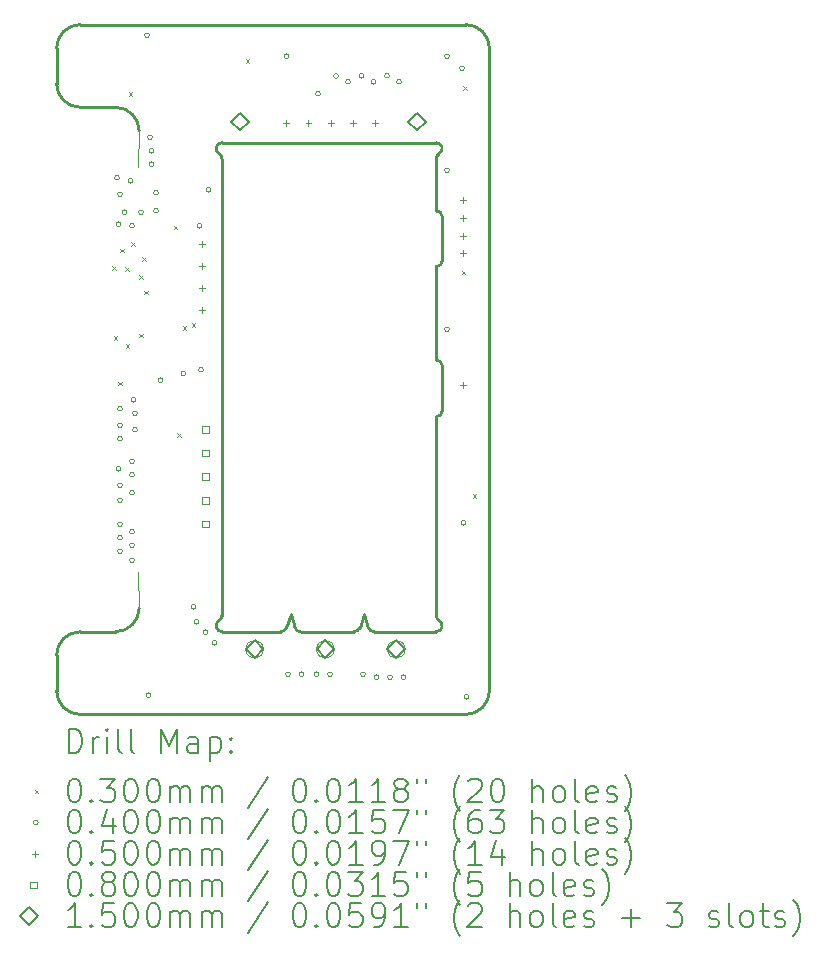
<source format=gbr>
%TF.GenerationSoftware,KiCad,Pcbnew,7.0.9*%
%TF.CreationDate,2024-04-13T12:05:33+02:00*%
%TF.ProjectId,MotorDriverCarrier-rounded,4d6f746f-7244-4726-9976-657243617272,rev?*%
%TF.SameCoordinates,Original*%
%TF.FileFunction,Drillmap*%
%TF.FilePolarity,Positive*%
%FSLAX45Y45*%
G04 Gerber Fmt 4.5, Leading zero omitted, Abs format (unit mm)*
G04 Created by KiCad (PCBNEW 7.0.9) date 2024-04-13 12:05:33*
%MOMM*%
%LPD*%
G01*
G04 APERTURE LIST*
%ADD10C,0.250000*%
%ADD11C,0.100000*%
%ADD12C,0.200000*%
%ADD13C,0.150000*%
G04 APERTURE END LIST*
D10*
X14070000Y-10320000D02*
G75*
G03*
X14095000Y-10226699I0J50000D01*
G01*
X14095001Y-6273304D02*
G75*
G03*
X14070000Y-6316602I24989J-43296D01*
G01*
D11*
X11555000Y-10120000D02*
X11544000Y-9813700D01*
D10*
X14120550Y-6806000D02*
G75*
G03*
X14070550Y-6756000I-50000J0D01*
G01*
X11355000Y-10320000D02*
X11055000Y-10320000D01*
X14070550Y-8500000D02*
G75*
G03*
X14120550Y-8450000I0J50000D01*
G01*
X14069999Y-10183398D02*
G75*
G03*
X14095000Y-10226699I50011J8D01*
G01*
X12255001Y-6316602D02*
G75*
G03*
X12230000Y-6273301I-50011J-8D01*
G01*
X14070000Y-8020000D02*
X14070000Y-7228000D01*
X14520000Y-5380000D02*
G75*
G03*
X14320000Y-5180000I-200000J0D01*
G01*
X14120550Y-8070000D02*
G75*
G03*
X14070550Y-8020000I-50000J0D01*
G01*
X12255000Y-10320000D02*
X12753305Y-10320000D01*
X14120550Y-6806000D02*
X14120550Y-7178000D01*
X11555000Y-6080000D02*
G75*
G03*
X11355000Y-5880000I-200000J0D01*
G01*
X14070000Y-6756000D02*
X14070550Y-6756000D01*
X12255000Y-6180000D02*
G75*
G03*
X12230000Y-6273301I0J-50000D01*
G01*
X12255000Y-6180000D02*
X14070000Y-6180000D01*
X13494504Y-10285181D02*
X13457800Y-10170000D01*
X14070550Y-8020000D02*
X14070000Y-8020000D01*
X12255000Y-10183398D02*
X12255000Y-6316602D01*
X12229999Y-10226696D02*
G75*
G03*
X12255000Y-10183398I-24989J43296D01*
G01*
X11055000Y-5180000D02*
G75*
G03*
X10855000Y-5380000I0J-200000D01*
G01*
X12230000Y-10226699D02*
G75*
G03*
X12255000Y-10320000I25000J-43301D01*
G01*
X14095000Y-6273301D02*
G75*
G03*
X14070000Y-6180000I-25000J43301D01*
G01*
X14320000Y-5180000D02*
X11055000Y-5180000D01*
X10855000Y-10820000D02*
X10855000Y-10520000D01*
X11355000Y-5880000D02*
X11055000Y-5880000D01*
X14070000Y-8500000D02*
X14070550Y-8500000D01*
X13494507Y-10285180D02*
G75*
G03*
X13542144Y-10320000I47633J15170D01*
G01*
X14070550Y-7228000D02*
G75*
G03*
X14120550Y-7178000I0J50000D01*
G01*
X14320000Y-11020000D02*
G75*
G03*
X14520000Y-10820000I0J200000D01*
G01*
X12920995Y-10320000D02*
X13373456Y-10320000D01*
X14070000Y-10183398D02*
X14070000Y-8500000D01*
X13457800Y-10170000D02*
X13421096Y-10285181D01*
X10855000Y-10820000D02*
G75*
G03*
X11055000Y-11020000I200000J0D01*
G01*
X11355000Y-10320000D02*
G75*
G03*
X11555000Y-10120000I0J200000D01*
G01*
X14320000Y-11020000D02*
X11055000Y-11020000D01*
X14520000Y-5380000D02*
X14520000Y-10820000D01*
X14070000Y-6756000D02*
X14070000Y-6316602D01*
X12873296Y-10284993D02*
X12837150Y-10170000D01*
X12837150Y-10170000D02*
X12801004Y-10284993D01*
X12873294Y-10284994D02*
G75*
G03*
X12920995Y-10320000I47706J15004D01*
G01*
X13542144Y-10320000D02*
X14070000Y-10320000D01*
X14070550Y-7228000D02*
X14070000Y-7228000D01*
X12753305Y-10320002D02*
G75*
G03*
X12801004Y-10284993I5J49992D01*
G01*
X10855000Y-5380000D02*
X10855000Y-5680000D01*
X11055000Y-10320000D02*
G75*
G03*
X10855000Y-10520000I0J-200000D01*
G01*
D11*
X11544000Y-6383700D02*
X11555000Y-6080000D01*
D10*
X10855000Y-5680000D02*
G75*
G03*
X11055000Y-5880000I200000J0D01*
G01*
X13373456Y-10319999D02*
G75*
G03*
X13421095Y-10285181I-6J50009D01*
G01*
X14120550Y-8450000D02*
X14120550Y-8070000D01*
D12*
D11*
X11326100Y-7224000D02*
X11356100Y-7254000D01*
X11356100Y-7224000D02*
X11326100Y-7254000D01*
X11338800Y-7816550D02*
X11368800Y-7846550D01*
X11368800Y-7816550D02*
X11338800Y-7846550D01*
X11376900Y-8201900D02*
X11406900Y-8231900D01*
X11406900Y-8201900D02*
X11376900Y-8231900D01*
X11395194Y-7077194D02*
X11425194Y-7107194D01*
X11425194Y-7077194D02*
X11395194Y-7107194D01*
X11436050Y-7233650D02*
X11466050Y-7263650D01*
X11466050Y-7233650D02*
X11436050Y-7263650D01*
X11440400Y-7884400D02*
X11470400Y-7914400D01*
X11470400Y-7884400D02*
X11440400Y-7914400D01*
X11465800Y-5750800D02*
X11495800Y-5780800D01*
X11495800Y-5750800D02*
X11465800Y-5780800D01*
X11487017Y-7022244D02*
X11517017Y-7052244D01*
X11517017Y-7022244D02*
X11487017Y-7052244D01*
X11554700Y-7300200D02*
X11584700Y-7330200D01*
X11584700Y-7300200D02*
X11554700Y-7330200D01*
X11554817Y-7796566D02*
X11584817Y-7826566D01*
X11584817Y-7796566D02*
X11554817Y-7826566D01*
X11580856Y-7148556D02*
X11610856Y-7178556D01*
X11610856Y-7148556D02*
X11580856Y-7178556D01*
X11599000Y-7433700D02*
X11629000Y-7463700D01*
X11629000Y-7433700D02*
X11599000Y-7463700D01*
X11848160Y-6882460D02*
X11878160Y-6912460D01*
X11878160Y-6882460D02*
X11848160Y-6912460D01*
X11878550Y-8640050D02*
X11908550Y-8670050D01*
X11908550Y-8640050D02*
X11878550Y-8670050D01*
X11923000Y-7733650D02*
X11953000Y-7763650D01*
X11953000Y-7733650D02*
X11923000Y-7763650D01*
X11999200Y-7706600D02*
X12029200Y-7736600D01*
X12029200Y-7706600D02*
X11999200Y-7736600D01*
X12456400Y-5471400D02*
X12486400Y-5501400D01*
X12486400Y-5471400D02*
X12456400Y-5501400D01*
X14285200Y-7262100D02*
X14315200Y-7292100D01*
X14315200Y-7262100D02*
X14285200Y-7292100D01*
X14297900Y-5700000D02*
X14327900Y-5730000D01*
X14327900Y-5700000D02*
X14297900Y-5730000D01*
X14378100Y-9157000D02*
X14408100Y-9187000D01*
X14408100Y-9157000D02*
X14378100Y-9187000D01*
X11386500Y-6477000D02*
G75*
G03*
X11386500Y-6477000I-20000J0D01*
G01*
X11399200Y-6870700D02*
G75*
G03*
X11399200Y-6870700I-20000J0D01*
G01*
X11399200Y-8940800D02*
G75*
G03*
X11399200Y-8940800I-20000J0D01*
G01*
X11411900Y-6616700D02*
G75*
G03*
X11411900Y-6616700I-20000J0D01*
G01*
X11411900Y-8432800D02*
G75*
G03*
X11411900Y-8432800I-20000J0D01*
G01*
X11411900Y-8572500D02*
G75*
G03*
X11411900Y-8572500I-20000J0D01*
G01*
X11411900Y-8686800D02*
G75*
G03*
X11411900Y-8686800I-20000J0D01*
G01*
X11411900Y-9080500D02*
G75*
G03*
X11411900Y-9080500I-20000J0D01*
G01*
X11411900Y-9207500D02*
G75*
G03*
X11411900Y-9207500I-20000J0D01*
G01*
X11411900Y-9410700D02*
G75*
G03*
X11411900Y-9410700I-20000J0D01*
G01*
X11411900Y-9525000D02*
G75*
G03*
X11411900Y-9525000I-20000J0D01*
G01*
X11411900Y-9639300D02*
G75*
G03*
X11411900Y-9639300I-20000J0D01*
G01*
X11450000Y-6769100D02*
G75*
G03*
X11450000Y-6769100I-20000J0D01*
G01*
X11500800Y-6502400D02*
G75*
G03*
X11500800Y-6502400I-20000J0D01*
G01*
X11513500Y-6883400D02*
G75*
G03*
X11513500Y-6883400I-20000J0D01*
G01*
X11513500Y-8877300D02*
G75*
G03*
X11513500Y-8877300I-20000J0D01*
G01*
X11513500Y-8991600D02*
G75*
G03*
X11513500Y-8991600I-20000J0D01*
G01*
X11513500Y-9144000D02*
G75*
G03*
X11513500Y-9144000I-20000J0D01*
G01*
X11513500Y-9474200D02*
G75*
G03*
X11513500Y-9474200I-20000J0D01*
G01*
X11513500Y-9588500D02*
G75*
G03*
X11513500Y-9588500I-20000J0D01*
G01*
X11513500Y-9715500D02*
G75*
G03*
X11513500Y-9715500I-20000J0D01*
G01*
X11526200Y-8356600D02*
G75*
G03*
X11526200Y-8356600I-20000J0D01*
G01*
X11538900Y-8470900D02*
G75*
G03*
X11538900Y-8470900I-20000J0D01*
G01*
X11538900Y-8610600D02*
G75*
G03*
X11538900Y-8610600I-20000J0D01*
G01*
X11589700Y-6769100D02*
G75*
G03*
X11589700Y-6769100I-20000J0D01*
G01*
X11640500Y-5270500D02*
G75*
G03*
X11640500Y-5270500I-20000J0D01*
G01*
X11653200Y-10858500D02*
G75*
G03*
X11653200Y-10858500I-20000J0D01*
G01*
X11665900Y-6134100D02*
G75*
G03*
X11665900Y-6134100I-20000J0D01*
G01*
X11678600Y-6248400D02*
G75*
G03*
X11678600Y-6248400I-20000J0D01*
G01*
X11678600Y-6362700D02*
G75*
G03*
X11678600Y-6362700I-20000J0D01*
G01*
X11716700Y-6604000D02*
G75*
G03*
X11716700Y-6604000I-20000J0D01*
G01*
X11716700Y-6756400D02*
G75*
G03*
X11716700Y-6756400I-20000J0D01*
G01*
X11754800Y-8191500D02*
G75*
G03*
X11754800Y-8191500I-20000J0D01*
G01*
X11948606Y-8135388D02*
G75*
G03*
X11948606Y-8135388I-20000J0D01*
G01*
X12034200Y-10109200D02*
G75*
G03*
X12034200Y-10109200I-20000J0D01*
G01*
X12059600Y-10236200D02*
G75*
G03*
X12059600Y-10236200I-20000J0D01*
G01*
X12085000Y-6883400D02*
G75*
G03*
X12085000Y-6883400I-20000J0D01*
G01*
X12097700Y-8102600D02*
G75*
G03*
X12097700Y-8102600I-20000J0D01*
G01*
X12135800Y-10325100D02*
G75*
G03*
X12135800Y-10325100I-20000J0D01*
G01*
X12161200Y-6578600D02*
G75*
G03*
X12161200Y-6578600I-20000J0D01*
G01*
X12212000Y-10414000D02*
G75*
G03*
X12212000Y-10414000I-20000J0D01*
G01*
X12821600Y-5448300D02*
G75*
G03*
X12821600Y-5448300I-20000J0D01*
G01*
X12834300Y-10680700D02*
G75*
G03*
X12834300Y-10680700I-20000J0D01*
G01*
X12948600Y-10680700D02*
G75*
G03*
X12948600Y-10680700I-20000J0D01*
G01*
X13075600Y-10680700D02*
G75*
G03*
X13075600Y-10680700I-20000J0D01*
G01*
X13088300Y-5765800D02*
G75*
G03*
X13088300Y-5765800I-20000J0D01*
G01*
X13189900Y-10680700D02*
G75*
G03*
X13189900Y-10680700I-20000J0D01*
G01*
X13240052Y-5614048D02*
G75*
G03*
X13240052Y-5614048I-20000J0D01*
G01*
X13342300Y-5664200D02*
G75*
G03*
X13342300Y-5664200I-20000J0D01*
G01*
X13456600Y-5613400D02*
G75*
G03*
X13456600Y-5613400I-20000J0D01*
G01*
X13469300Y-10680700D02*
G75*
G03*
X13469300Y-10680700I-20000J0D01*
G01*
X13558200Y-5664200D02*
G75*
G03*
X13558200Y-5664200I-20000J0D01*
G01*
X13583600Y-10706100D02*
G75*
G03*
X13583600Y-10706100I-20000J0D01*
G01*
X13672500Y-5613400D02*
G75*
G03*
X13672500Y-5613400I-20000J0D01*
G01*
X13697900Y-10706100D02*
G75*
G03*
X13697900Y-10706100I-20000J0D01*
G01*
X13774100Y-5664200D02*
G75*
G03*
X13774100Y-5664200I-20000J0D01*
G01*
X13812200Y-10706100D02*
G75*
G03*
X13812200Y-10706100I-20000J0D01*
G01*
X14180500Y-5448300D02*
G75*
G03*
X14180500Y-5448300I-20000J0D01*
G01*
X14180500Y-6413500D02*
G75*
G03*
X14180500Y-6413500I-20000J0D01*
G01*
X14180500Y-7759700D02*
G75*
G03*
X14180500Y-7759700I-20000J0D01*
G01*
X14307500Y-5549900D02*
G75*
G03*
X14307500Y-5549900I-20000J0D01*
G01*
X14320200Y-9398000D02*
G75*
G03*
X14320200Y-9398000I-20000J0D01*
G01*
X14345600Y-10871200D02*
G75*
G03*
X14345600Y-10871200I-20000J0D01*
G01*
X12089200Y-7009800D02*
X12089200Y-7059800D01*
X12064200Y-7034800D02*
X12114200Y-7034800D01*
X12089200Y-7197300D02*
X12089200Y-7247300D01*
X12064200Y-7222300D02*
X12114200Y-7222300D01*
X12089200Y-7384800D02*
X12089200Y-7434800D01*
X12064200Y-7409800D02*
X12114200Y-7409800D01*
X12089200Y-7572300D02*
X12089200Y-7622300D01*
X12064200Y-7597300D02*
X12114200Y-7597300D01*
X12800400Y-5984357D02*
X12800400Y-6034357D01*
X12775400Y-6009357D02*
X12825400Y-6009357D01*
X12987900Y-5984357D02*
X12987900Y-6034357D01*
X12962900Y-6009357D02*
X13012900Y-6009357D01*
X13175400Y-5984357D02*
X13175400Y-6034357D01*
X13150400Y-6009357D02*
X13200400Y-6009357D01*
X13362900Y-5984357D02*
X13362900Y-6034357D01*
X13337900Y-6009357D02*
X13387900Y-6009357D01*
X13550400Y-5984357D02*
X13550400Y-6034357D01*
X13525400Y-6009357D02*
X13575400Y-6009357D01*
X14298000Y-6642068D02*
X14298000Y-6692068D01*
X14273000Y-6667068D02*
X14323000Y-6667068D01*
X14298000Y-6792068D02*
X14298000Y-6842068D01*
X14273000Y-6817068D02*
X14323000Y-6817068D01*
X14298000Y-6942068D02*
X14298000Y-6992068D01*
X14273000Y-6967068D02*
X14323000Y-6967068D01*
X14298000Y-7092068D02*
X14298000Y-7142068D01*
X14273000Y-7117068D02*
X14323000Y-7117068D01*
X14298000Y-8209732D02*
X14298000Y-8259732D01*
X14273000Y-8234732D02*
X14323000Y-8234732D01*
X12144084Y-8635785D02*
X12144084Y-8579216D01*
X12087515Y-8579216D01*
X12087515Y-8635785D01*
X12144084Y-8635785D01*
X12144084Y-8835785D02*
X12144084Y-8779216D01*
X12087515Y-8779216D01*
X12087515Y-8835785D01*
X12144084Y-8835785D01*
X12144084Y-9035785D02*
X12144084Y-8979216D01*
X12087515Y-8979216D01*
X12087515Y-9035785D01*
X12144084Y-9035785D01*
X12144084Y-9235785D02*
X12144084Y-9179216D01*
X12087515Y-9179216D01*
X12087515Y-9235785D01*
X12144084Y-9235785D01*
X12144084Y-9435785D02*
X12144084Y-9379216D01*
X12087515Y-9379216D01*
X12087515Y-9435785D01*
X12144084Y-9435785D01*
D13*
X12406700Y-6076500D02*
X12481700Y-6001500D01*
X12406700Y-5926500D01*
X12331700Y-6001500D01*
X12406700Y-6076500D01*
X12531200Y-10544057D02*
X12606200Y-10469057D01*
X12531200Y-10394057D01*
X12456200Y-10469057D01*
X12531200Y-10544057D01*
D11*
X12606200Y-10469057D02*
X12606200Y-10469057D01*
X12606200Y-10469057D02*
G75*
G03*
X12456200Y-10469057I-75000J0D01*
G01*
X12456200Y-10469057D02*
X12456200Y-10469057D01*
X12456200Y-10469057D02*
G75*
G03*
X12606200Y-10469057I75000J0D01*
G01*
D13*
X13131200Y-10544057D02*
X13206200Y-10469057D01*
X13131200Y-10394057D01*
X13056200Y-10469057D01*
X13131200Y-10544057D01*
D11*
X13206200Y-10469057D02*
X13206200Y-10469057D01*
X13206200Y-10469057D02*
G75*
G03*
X13056200Y-10469057I-75000J0D01*
G01*
X13056200Y-10469057D02*
X13056200Y-10469057D01*
X13056200Y-10469057D02*
G75*
G03*
X13206200Y-10469057I75000J0D01*
G01*
D13*
X13731200Y-10544057D02*
X13806200Y-10469057D01*
X13731200Y-10394057D01*
X13656200Y-10469057D01*
X13731200Y-10544057D01*
D11*
X13806200Y-10469057D02*
X13806200Y-10469057D01*
X13806200Y-10469057D02*
G75*
G03*
X13656200Y-10469057I-75000J0D01*
G01*
X13656200Y-10469057D02*
X13656200Y-10469057D01*
X13656200Y-10469057D02*
G75*
G03*
X13806200Y-10469057I75000J0D01*
G01*
D13*
X13906700Y-6076500D02*
X13981700Y-6001500D01*
X13906700Y-5926500D01*
X13831700Y-6001500D01*
X13906700Y-6076500D01*
D12*
X10959777Y-11343984D02*
X10959777Y-11143984D01*
X10959777Y-11143984D02*
X11007396Y-11143984D01*
X11007396Y-11143984D02*
X11035967Y-11153508D01*
X11035967Y-11153508D02*
X11055015Y-11172555D01*
X11055015Y-11172555D02*
X11064539Y-11191603D01*
X11064539Y-11191603D02*
X11074063Y-11229698D01*
X11074063Y-11229698D02*
X11074063Y-11258269D01*
X11074063Y-11258269D02*
X11064539Y-11296365D01*
X11064539Y-11296365D02*
X11055015Y-11315412D01*
X11055015Y-11315412D02*
X11035967Y-11334460D01*
X11035967Y-11334460D02*
X11007396Y-11343984D01*
X11007396Y-11343984D02*
X10959777Y-11343984D01*
X11159777Y-11343984D02*
X11159777Y-11210650D01*
X11159777Y-11248746D02*
X11169301Y-11229698D01*
X11169301Y-11229698D02*
X11178824Y-11220174D01*
X11178824Y-11220174D02*
X11197872Y-11210650D01*
X11197872Y-11210650D02*
X11216920Y-11210650D01*
X11283586Y-11343984D02*
X11283586Y-11210650D01*
X11283586Y-11143984D02*
X11274062Y-11153508D01*
X11274062Y-11153508D02*
X11283586Y-11163031D01*
X11283586Y-11163031D02*
X11293110Y-11153508D01*
X11293110Y-11153508D02*
X11283586Y-11143984D01*
X11283586Y-11143984D02*
X11283586Y-11163031D01*
X11407396Y-11343984D02*
X11388348Y-11334460D01*
X11388348Y-11334460D02*
X11378824Y-11315412D01*
X11378824Y-11315412D02*
X11378824Y-11143984D01*
X11512158Y-11343984D02*
X11493110Y-11334460D01*
X11493110Y-11334460D02*
X11483586Y-11315412D01*
X11483586Y-11315412D02*
X11483586Y-11143984D01*
X11740729Y-11343984D02*
X11740729Y-11143984D01*
X11740729Y-11143984D02*
X11807396Y-11286841D01*
X11807396Y-11286841D02*
X11874062Y-11143984D01*
X11874062Y-11143984D02*
X11874062Y-11343984D01*
X12055015Y-11343984D02*
X12055015Y-11239222D01*
X12055015Y-11239222D02*
X12045491Y-11220174D01*
X12045491Y-11220174D02*
X12026443Y-11210650D01*
X12026443Y-11210650D02*
X11988348Y-11210650D01*
X11988348Y-11210650D02*
X11969301Y-11220174D01*
X12055015Y-11334460D02*
X12035967Y-11343984D01*
X12035967Y-11343984D02*
X11988348Y-11343984D01*
X11988348Y-11343984D02*
X11969301Y-11334460D01*
X11969301Y-11334460D02*
X11959777Y-11315412D01*
X11959777Y-11315412D02*
X11959777Y-11296365D01*
X11959777Y-11296365D02*
X11969301Y-11277317D01*
X11969301Y-11277317D02*
X11988348Y-11267793D01*
X11988348Y-11267793D02*
X12035967Y-11267793D01*
X12035967Y-11267793D02*
X12055015Y-11258269D01*
X12150253Y-11210650D02*
X12150253Y-11410650D01*
X12150253Y-11220174D02*
X12169301Y-11210650D01*
X12169301Y-11210650D02*
X12207396Y-11210650D01*
X12207396Y-11210650D02*
X12226443Y-11220174D01*
X12226443Y-11220174D02*
X12235967Y-11229698D01*
X12235967Y-11229698D02*
X12245491Y-11248746D01*
X12245491Y-11248746D02*
X12245491Y-11305888D01*
X12245491Y-11305888D02*
X12235967Y-11324936D01*
X12235967Y-11324936D02*
X12226443Y-11334460D01*
X12226443Y-11334460D02*
X12207396Y-11343984D01*
X12207396Y-11343984D02*
X12169301Y-11343984D01*
X12169301Y-11343984D02*
X12150253Y-11334460D01*
X12331205Y-11324936D02*
X12340729Y-11334460D01*
X12340729Y-11334460D02*
X12331205Y-11343984D01*
X12331205Y-11343984D02*
X12321682Y-11334460D01*
X12321682Y-11334460D02*
X12331205Y-11324936D01*
X12331205Y-11324936D02*
X12331205Y-11343984D01*
X12331205Y-11220174D02*
X12340729Y-11229698D01*
X12340729Y-11229698D02*
X12331205Y-11239222D01*
X12331205Y-11239222D02*
X12321682Y-11229698D01*
X12321682Y-11229698D02*
X12331205Y-11220174D01*
X12331205Y-11220174D02*
X12331205Y-11239222D01*
D11*
X10669000Y-11657500D02*
X10699000Y-11687500D01*
X10699000Y-11657500D02*
X10669000Y-11687500D01*
D12*
X10997872Y-11563984D02*
X11016920Y-11563984D01*
X11016920Y-11563984D02*
X11035967Y-11573508D01*
X11035967Y-11573508D02*
X11045491Y-11583031D01*
X11045491Y-11583031D02*
X11055015Y-11602079D01*
X11055015Y-11602079D02*
X11064539Y-11640174D01*
X11064539Y-11640174D02*
X11064539Y-11687793D01*
X11064539Y-11687793D02*
X11055015Y-11725888D01*
X11055015Y-11725888D02*
X11045491Y-11744936D01*
X11045491Y-11744936D02*
X11035967Y-11754460D01*
X11035967Y-11754460D02*
X11016920Y-11763984D01*
X11016920Y-11763984D02*
X10997872Y-11763984D01*
X10997872Y-11763984D02*
X10978824Y-11754460D01*
X10978824Y-11754460D02*
X10969301Y-11744936D01*
X10969301Y-11744936D02*
X10959777Y-11725888D01*
X10959777Y-11725888D02*
X10950253Y-11687793D01*
X10950253Y-11687793D02*
X10950253Y-11640174D01*
X10950253Y-11640174D02*
X10959777Y-11602079D01*
X10959777Y-11602079D02*
X10969301Y-11583031D01*
X10969301Y-11583031D02*
X10978824Y-11573508D01*
X10978824Y-11573508D02*
X10997872Y-11563984D01*
X11150253Y-11744936D02*
X11159777Y-11754460D01*
X11159777Y-11754460D02*
X11150253Y-11763984D01*
X11150253Y-11763984D02*
X11140729Y-11754460D01*
X11140729Y-11754460D02*
X11150253Y-11744936D01*
X11150253Y-11744936D02*
X11150253Y-11763984D01*
X11226443Y-11563984D02*
X11350253Y-11563984D01*
X11350253Y-11563984D02*
X11283586Y-11640174D01*
X11283586Y-11640174D02*
X11312158Y-11640174D01*
X11312158Y-11640174D02*
X11331205Y-11649698D01*
X11331205Y-11649698D02*
X11340729Y-11659222D01*
X11340729Y-11659222D02*
X11350253Y-11678269D01*
X11350253Y-11678269D02*
X11350253Y-11725888D01*
X11350253Y-11725888D02*
X11340729Y-11744936D01*
X11340729Y-11744936D02*
X11331205Y-11754460D01*
X11331205Y-11754460D02*
X11312158Y-11763984D01*
X11312158Y-11763984D02*
X11255015Y-11763984D01*
X11255015Y-11763984D02*
X11235967Y-11754460D01*
X11235967Y-11754460D02*
X11226443Y-11744936D01*
X11474062Y-11563984D02*
X11493110Y-11563984D01*
X11493110Y-11563984D02*
X11512158Y-11573508D01*
X11512158Y-11573508D02*
X11521682Y-11583031D01*
X11521682Y-11583031D02*
X11531205Y-11602079D01*
X11531205Y-11602079D02*
X11540729Y-11640174D01*
X11540729Y-11640174D02*
X11540729Y-11687793D01*
X11540729Y-11687793D02*
X11531205Y-11725888D01*
X11531205Y-11725888D02*
X11521682Y-11744936D01*
X11521682Y-11744936D02*
X11512158Y-11754460D01*
X11512158Y-11754460D02*
X11493110Y-11763984D01*
X11493110Y-11763984D02*
X11474062Y-11763984D01*
X11474062Y-11763984D02*
X11455015Y-11754460D01*
X11455015Y-11754460D02*
X11445491Y-11744936D01*
X11445491Y-11744936D02*
X11435967Y-11725888D01*
X11435967Y-11725888D02*
X11426443Y-11687793D01*
X11426443Y-11687793D02*
X11426443Y-11640174D01*
X11426443Y-11640174D02*
X11435967Y-11602079D01*
X11435967Y-11602079D02*
X11445491Y-11583031D01*
X11445491Y-11583031D02*
X11455015Y-11573508D01*
X11455015Y-11573508D02*
X11474062Y-11563984D01*
X11664539Y-11563984D02*
X11683586Y-11563984D01*
X11683586Y-11563984D02*
X11702634Y-11573508D01*
X11702634Y-11573508D02*
X11712158Y-11583031D01*
X11712158Y-11583031D02*
X11721682Y-11602079D01*
X11721682Y-11602079D02*
X11731205Y-11640174D01*
X11731205Y-11640174D02*
X11731205Y-11687793D01*
X11731205Y-11687793D02*
X11721682Y-11725888D01*
X11721682Y-11725888D02*
X11712158Y-11744936D01*
X11712158Y-11744936D02*
X11702634Y-11754460D01*
X11702634Y-11754460D02*
X11683586Y-11763984D01*
X11683586Y-11763984D02*
X11664539Y-11763984D01*
X11664539Y-11763984D02*
X11645491Y-11754460D01*
X11645491Y-11754460D02*
X11635967Y-11744936D01*
X11635967Y-11744936D02*
X11626443Y-11725888D01*
X11626443Y-11725888D02*
X11616920Y-11687793D01*
X11616920Y-11687793D02*
X11616920Y-11640174D01*
X11616920Y-11640174D02*
X11626443Y-11602079D01*
X11626443Y-11602079D02*
X11635967Y-11583031D01*
X11635967Y-11583031D02*
X11645491Y-11573508D01*
X11645491Y-11573508D02*
X11664539Y-11563984D01*
X11816920Y-11763984D02*
X11816920Y-11630650D01*
X11816920Y-11649698D02*
X11826443Y-11640174D01*
X11826443Y-11640174D02*
X11845491Y-11630650D01*
X11845491Y-11630650D02*
X11874063Y-11630650D01*
X11874063Y-11630650D02*
X11893110Y-11640174D01*
X11893110Y-11640174D02*
X11902634Y-11659222D01*
X11902634Y-11659222D02*
X11902634Y-11763984D01*
X11902634Y-11659222D02*
X11912158Y-11640174D01*
X11912158Y-11640174D02*
X11931205Y-11630650D01*
X11931205Y-11630650D02*
X11959777Y-11630650D01*
X11959777Y-11630650D02*
X11978824Y-11640174D01*
X11978824Y-11640174D02*
X11988348Y-11659222D01*
X11988348Y-11659222D02*
X11988348Y-11763984D01*
X12083586Y-11763984D02*
X12083586Y-11630650D01*
X12083586Y-11649698D02*
X12093110Y-11640174D01*
X12093110Y-11640174D02*
X12112158Y-11630650D01*
X12112158Y-11630650D02*
X12140729Y-11630650D01*
X12140729Y-11630650D02*
X12159777Y-11640174D01*
X12159777Y-11640174D02*
X12169301Y-11659222D01*
X12169301Y-11659222D02*
X12169301Y-11763984D01*
X12169301Y-11659222D02*
X12178824Y-11640174D01*
X12178824Y-11640174D02*
X12197872Y-11630650D01*
X12197872Y-11630650D02*
X12226443Y-11630650D01*
X12226443Y-11630650D02*
X12245491Y-11640174D01*
X12245491Y-11640174D02*
X12255015Y-11659222D01*
X12255015Y-11659222D02*
X12255015Y-11763984D01*
X12645491Y-11554460D02*
X12474063Y-11811603D01*
X12902634Y-11563984D02*
X12921682Y-11563984D01*
X12921682Y-11563984D02*
X12940729Y-11573508D01*
X12940729Y-11573508D02*
X12950253Y-11583031D01*
X12950253Y-11583031D02*
X12959777Y-11602079D01*
X12959777Y-11602079D02*
X12969301Y-11640174D01*
X12969301Y-11640174D02*
X12969301Y-11687793D01*
X12969301Y-11687793D02*
X12959777Y-11725888D01*
X12959777Y-11725888D02*
X12950253Y-11744936D01*
X12950253Y-11744936D02*
X12940729Y-11754460D01*
X12940729Y-11754460D02*
X12921682Y-11763984D01*
X12921682Y-11763984D02*
X12902634Y-11763984D01*
X12902634Y-11763984D02*
X12883586Y-11754460D01*
X12883586Y-11754460D02*
X12874063Y-11744936D01*
X12874063Y-11744936D02*
X12864539Y-11725888D01*
X12864539Y-11725888D02*
X12855015Y-11687793D01*
X12855015Y-11687793D02*
X12855015Y-11640174D01*
X12855015Y-11640174D02*
X12864539Y-11602079D01*
X12864539Y-11602079D02*
X12874063Y-11583031D01*
X12874063Y-11583031D02*
X12883586Y-11573508D01*
X12883586Y-11573508D02*
X12902634Y-11563984D01*
X13055015Y-11744936D02*
X13064539Y-11754460D01*
X13064539Y-11754460D02*
X13055015Y-11763984D01*
X13055015Y-11763984D02*
X13045491Y-11754460D01*
X13045491Y-11754460D02*
X13055015Y-11744936D01*
X13055015Y-11744936D02*
X13055015Y-11763984D01*
X13188348Y-11563984D02*
X13207396Y-11563984D01*
X13207396Y-11563984D02*
X13226444Y-11573508D01*
X13226444Y-11573508D02*
X13235967Y-11583031D01*
X13235967Y-11583031D02*
X13245491Y-11602079D01*
X13245491Y-11602079D02*
X13255015Y-11640174D01*
X13255015Y-11640174D02*
X13255015Y-11687793D01*
X13255015Y-11687793D02*
X13245491Y-11725888D01*
X13245491Y-11725888D02*
X13235967Y-11744936D01*
X13235967Y-11744936D02*
X13226444Y-11754460D01*
X13226444Y-11754460D02*
X13207396Y-11763984D01*
X13207396Y-11763984D02*
X13188348Y-11763984D01*
X13188348Y-11763984D02*
X13169301Y-11754460D01*
X13169301Y-11754460D02*
X13159777Y-11744936D01*
X13159777Y-11744936D02*
X13150253Y-11725888D01*
X13150253Y-11725888D02*
X13140729Y-11687793D01*
X13140729Y-11687793D02*
X13140729Y-11640174D01*
X13140729Y-11640174D02*
X13150253Y-11602079D01*
X13150253Y-11602079D02*
X13159777Y-11583031D01*
X13159777Y-11583031D02*
X13169301Y-11573508D01*
X13169301Y-11573508D02*
X13188348Y-11563984D01*
X13445491Y-11763984D02*
X13331206Y-11763984D01*
X13388348Y-11763984D02*
X13388348Y-11563984D01*
X13388348Y-11563984D02*
X13369301Y-11592555D01*
X13369301Y-11592555D02*
X13350253Y-11611603D01*
X13350253Y-11611603D02*
X13331206Y-11621127D01*
X13635967Y-11763984D02*
X13521682Y-11763984D01*
X13578825Y-11763984D02*
X13578825Y-11563984D01*
X13578825Y-11563984D02*
X13559777Y-11592555D01*
X13559777Y-11592555D02*
X13540729Y-11611603D01*
X13540729Y-11611603D02*
X13521682Y-11621127D01*
X13750253Y-11649698D02*
X13731206Y-11640174D01*
X13731206Y-11640174D02*
X13721682Y-11630650D01*
X13721682Y-11630650D02*
X13712158Y-11611603D01*
X13712158Y-11611603D02*
X13712158Y-11602079D01*
X13712158Y-11602079D02*
X13721682Y-11583031D01*
X13721682Y-11583031D02*
X13731206Y-11573508D01*
X13731206Y-11573508D02*
X13750253Y-11563984D01*
X13750253Y-11563984D02*
X13788348Y-11563984D01*
X13788348Y-11563984D02*
X13807396Y-11573508D01*
X13807396Y-11573508D02*
X13816920Y-11583031D01*
X13816920Y-11583031D02*
X13826444Y-11602079D01*
X13826444Y-11602079D02*
X13826444Y-11611603D01*
X13826444Y-11611603D02*
X13816920Y-11630650D01*
X13816920Y-11630650D02*
X13807396Y-11640174D01*
X13807396Y-11640174D02*
X13788348Y-11649698D01*
X13788348Y-11649698D02*
X13750253Y-11649698D01*
X13750253Y-11649698D02*
X13731206Y-11659222D01*
X13731206Y-11659222D02*
X13721682Y-11668746D01*
X13721682Y-11668746D02*
X13712158Y-11687793D01*
X13712158Y-11687793D02*
X13712158Y-11725888D01*
X13712158Y-11725888D02*
X13721682Y-11744936D01*
X13721682Y-11744936D02*
X13731206Y-11754460D01*
X13731206Y-11754460D02*
X13750253Y-11763984D01*
X13750253Y-11763984D02*
X13788348Y-11763984D01*
X13788348Y-11763984D02*
X13807396Y-11754460D01*
X13807396Y-11754460D02*
X13816920Y-11744936D01*
X13816920Y-11744936D02*
X13826444Y-11725888D01*
X13826444Y-11725888D02*
X13826444Y-11687793D01*
X13826444Y-11687793D02*
X13816920Y-11668746D01*
X13816920Y-11668746D02*
X13807396Y-11659222D01*
X13807396Y-11659222D02*
X13788348Y-11649698D01*
X13902634Y-11563984D02*
X13902634Y-11602079D01*
X13978825Y-11563984D02*
X13978825Y-11602079D01*
X14274063Y-11840174D02*
X14264539Y-11830650D01*
X14264539Y-11830650D02*
X14245491Y-11802079D01*
X14245491Y-11802079D02*
X14235968Y-11783031D01*
X14235968Y-11783031D02*
X14226444Y-11754460D01*
X14226444Y-11754460D02*
X14216920Y-11706841D01*
X14216920Y-11706841D02*
X14216920Y-11668746D01*
X14216920Y-11668746D02*
X14226444Y-11621127D01*
X14226444Y-11621127D02*
X14235968Y-11592555D01*
X14235968Y-11592555D02*
X14245491Y-11573508D01*
X14245491Y-11573508D02*
X14264539Y-11544936D01*
X14264539Y-11544936D02*
X14274063Y-11535412D01*
X14340729Y-11583031D02*
X14350253Y-11573508D01*
X14350253Y-11573508D02*
X14369301Y-11563984D01*
X14369301Y-11563984D02*
X14416920Y-11563984D01*
X14416920Y-11563984D02*
X14435968Y-11573508D01*
X14435968Y-11573508D02*
X14445491Y-11583031D01*
X14445491Y-11583031D02*
X14455015Y-11602079D01*
X14455015Y-11602079D02*
X14455015Y-11621127D01*
X14455015Y-11621127D02*
X14445491Y-11649698D01*
X14445491Y-11649698D02*
X14331206Y-11763984D01*
X14331206Y-11763984D02*
X14455015Y-11763984D01*
X14578825Y-11563984D02*
X14597872Y-11563984D01*
X14597872Y-11563984D02*
X14616920Y-11573508D01*
X14616920Y-11573508D02*
X14626444Y-11583031D01*
X14626444Y-11583031D02*
X14635968Y-11602079D01*
X14635968Y-11602079D02*
X14645491Y-11640174D01*
X14645491Y-11640174D02*
X14645491Y-11687793D01*
X14645491Y-11687793D02*
X14635968Y-11725888D01*
X14635968Y-11725888D02*
X14626444Y-11744936D01*
X14626444Y-11744936D02*
X14616920Y-11754460D01*
X14616920Y-11754460D02*
X14597872Y-11763984D01*
X14597872Y-11763984D02*
X14578825Y-11763984D01*
X14578825Y-11763984D02*
X14559777Y-11754460D01*
X14559777Y-11754460D02*
X14550253Y-11744936D01*
X14550253Y-11744936D02*
X14540729Y-11725888D01*
X14540729Y-11725888D02*
X14531206Y-11687793D01*
X14531206Y-11687793D02*
X14531206Y-11640174D01*
X14531206Y-11640174D02*
X14540729Y-11602079D01*
X14540729Y-11602079D02*
X14550253Y-11583031D01*
X14550253Y-11583031D02*
X14559777Y-11573508D01*
X14559777Y-11573508D02*
X14578825Y-11563984D01*
X14883587Y-11763984D02*
X14883587Y-11563984D01*
X14969301Y-11763984D02*
X14969301Y-11659222D01*
X14969301Y-11659222D02*
X14959777Y-11640174D01*
X14959777Y-11640174D02*
X14940730Y-11630650D01*
X14940730Y-11630650D02*
X14912158Y-11630650D01*
X14912158Y-11630650D02*
X14893110Y-11640174D01*
X14893110Y-11640174D02*
X14883587Y-11649698D01*
X15093110Y-11763984D02*
X15074063Y-11754460D01*
X15074063Y-11754460D02*
X15064539Y-11744936D01*
X15064539Y-11744936D02*
X15055015Y-11725888D01*
X15055015Y-11725888D02*
X15055015Y-11668746D01*
X15055015Y-11668746D02*
X15064539Y-11649698D01*
X15064539Y-11649698D02*
X15074063Y-11640174D01*
X15074063Y-11640174D02*
X15093110Y-11630650D01*
X15093110Y-11630650D02*
X15121682Y-11630650D01*
X15121682Y-11630650D02*
X15140730Y-11640174D01*
X15140730Y-11640174D02*
X15150253Y-11649698D01*
X15150253Y-11649698D02*
X15159777Y-11668746D01*
X15159777Y-11668746D02*
X15159777Y-11725888D01*
X15159777Y-11725888D02*
X15150253Y-11744936D01*
X15150253Y-11744936D02*
X15140730Y-11754460D01*
X15140730Y-11754460D02*
X15121682Y-11763984D01*
X15121682Y-11763984D02*
X15093110Y-11763984D01*
X15274063Y-11763984D02*
X15255015Y-11754460D01*
X15255015Y-11754460D02*
X15245491Y-11735412D01*
X15245491Y-11735412D02*
X15245491Y-11563984D01*
X15426444Y-11754460D02*
X15407396Y-11763984D01*
X15407396Y-11763984D02*
X15369301Y-11763984D01*
X15369301Y-11763984D02*
X15350253Y-11754460D01*
X15350253Y-11754460D02*
X15340730Y-11735412D01*
X15340730Y-11735412D02*
X15340730Y-11659222D01*
X15340730Y-11659222D02*
X15350253Y-11640174D01*
X15350253Y-11640174D02*
X15369301Y-11630650D01*
X15369301Y-11630650D02*
X15407396Y-11630650D01*
X15407396Y-11630650D02*
X15426444Y-11640174D01*
X15426444Y-11640174D02*
X15435968Y-11659222D01*
X15435968Y-11659222D02*
X15435968Y-11678269D01*
X15435968Y-11678269D02*
X15340730Y-11697317D01*
X15512158Y-11754460D02*
X15531206Y-11763984D01*
X15531206Y-11763984D02*
X15569301Y-11763984D01*
X15569301Y-11763984D02*
X15588349Y-11754460D01*
X15588349Y-11754460D02*
X15597872Y-11735412D01*
X15597872Y-11735412D02*
X15597872Y-11725888D01*
X15597872Y-11725888D02*
X15588349Y-11706841D01*
X15588349Y-11706841D02*
X15569301Y-11697317D01*
X15569301Y-11697317D02*
X15540730Y-11697317D01*
X15540730Y-11697317D02*
X15521682Y-11687793D01*
X15521682Y-11687793D02*
X15512158Y-11668746D01*
X15512158Y-11668746D02*
X15512158Y-11659222D01*
X15512158Y-11659222D02*
X15521682Y-11640174D01*
X15521682Y-11640174D02*
X15540730Y-11630650D01*
X15540730Y-11630650D02*
X15569301Y-11630650D01*
X15569301Y-11630650D02*
X15588349Y-11640174D01*
X15664539Y-11840174D02*
X15674063Y-11830650D01*
X15674063Y-11830650D02*
X15693111Y-11802079D01*
X15693111Y-11802079D02*
X15702634Y-11783031D01*
X15702634Y-11783031D02*
X15712158Y-11754460D01*
X15712158Y-11754460D02*
X15721682Y-11706841D01*
X15721682Y-11706841D02*
X15721682Y-11668746D01*
X15721682Y-11668746D02*
X15712158Y-11621127D01*
X15712158Y-11621127D02*
X15702634Y-11592555D01*
X15702634Y-11592555D02*
X15693111Y-11573508D01*
X15693111Y-11573508D02*
X15674063Y-11544936D01*
X15674063Y-11544936D02*
X15664539Y-11535412D01*
D11*
X10699000Y-11936500D02*
G75*
G03*
X10699000Y-11936500I-20000J0D01*
G01*
D12*
X10997872Y-11827984D02*
X11016920Y-11827984D01*
X11016920Y-11827984D02*
X11035967Y-11837508D01*
X11035967Y-11837508D02*
X11045491Y-11847031D01*
X11045491Y-11847031D02*
X11055015Y-11866079D01*
X11055015Y-11866079D02*
X11064539Y-11904174D01*
X11064539Y-11904174D02*
X11064539Y-11951793D01*
X11064539Y-11951793D02*
X11055015Y-11989888D01*
X11055015Y-11989888D02*
X11045491Y-12008936D01*
X11045491Y-12008936D02*
X11035967Y-12018460D01*
X11035967Y-12018460D02*
X11016920Y-12027984D01*
X11016920Y-12027984D02*
X10997872Y-12027984D01*
X10997872Y-12027984D02*
X10978824Y-12018460D01*
X10978824Y-12018460D02*
X10969301Y-12008936D01*
X10969301Y-12008936D02*
X10959777Y-11989888D01*
X10959777Y-11989888D02*
X10950253Y-11951793D01*
X10950253Y-11951793D02*
X10950253Y-11904174D01*
X10950253Y-11904174D02*
X10959777Y-11866079D01*
X10959777Y-11866079D02*
X10969301Y-11847031D01*
X10969301Y-11847031D02*
X10978824Y-11837508D01*
X10978824Y-11837508D02*
X10997872Y-11827984D01*
X11150253Y-12008936D02*
X11159777Y-12018460D01*
X11159777Y-12018460D02*
X11150253Y-12027984D01*
X11150253Y-12027984D02*
X11140729Y-12018460D01*
X11140729Y-12018460D02*
X11150253Y-12008936D01*
X11150253Y-12008936D02*
X11150253Y-12027984D01*
X11331205Y-11894650D02*
X11331205Y-12027984D01*
X11283586Y-11818460D02*
X11235967Y-11961317D01*
X11235967Y-11961317D02*
X11359777Y-11961317D01*
X11474062Y-11827984D02*
X11493110Y-11827984D01*
X11493110Y-11827984D02*
X11512158Y-11837508D01*
X11512158Y-11837508D02*
X11521682Y-11847031D01*
X11521682Y-11847031D02*
X11531205Y-11866079D01*
X11531205Y-11866079D02*
X11540729Y-11904174D01*
X11540729Y-11904174D02*
X11540729Y-11951793D01*
X11540729Y-11951793D02*
X11531205Y-11989888D01*
X11531205Y-11989888D02*
X11521682Y-12008936D01*
X11521682Y-12008936D02*
X11512158Y-12018460D01*
X11512158Y-12018460D02*
X11493110Y-12027984D01*
X11493110Y-12027984D02*
X11474062Y-12027984D01*
X11474062Y-12027984D02*
X11455015Y-12018460D01*
X11455015Y-12018460D02*
X11445491Y-12008936D01*
X11445491Y-12008936D02*
X11435967Y-11989888D01*
X11435967Y-11989888D02*
X11426443Y-11951793D01*
X11426443Y-11951793D02*
X11426443Y-11904174D01*
X11426443Y-11904174D02*
X11435967Y-11866079D01*
X11435967Y-11866079D02*
X11445491Y-11847031D01*
X11445491Y-11847031D02*
X11455015Y-11837508D01*
X11455015Y-11837508D02*
X11474062Y-11827984D01*
X11664539Y-11827984D02*
X11683586Y-11827984D01*
X11683586Y-11827984D02*
X11702634Y-11837508D01*
X11702634Y-11837508D02*
X11712158Y-11847031D01*
X11712158Y-11847031D02*
X11721682Y-11866079D01*
X11721682Y-11866079D02*
X11731205Y-11904174D01*
X11731205Y-11904174D02*
X11731205Y-11951793D01*
X11731205Y-11951793D02*
X11721682Y-11989888D01*
X11721682Y-11989888D02*
X11712158Y-12008936D01*
X11712158Y-12008936D02*
X11702634Y-12018460D01*
X11702634Y-12018460D02*
X11683586Y-12027984D01*
X11683586Y-12027984D02*
X11664539Y-12027984D01*
X11664539Y-12027984D02*
X11645491Y-12018460D01*
X11645491Y-12018460D02*
X11635967Y-12008936D01*
X11635967Y-12008936D02*
X11626443Y-11989888D01*
X11626443Y-11989888D02*
X11616920Y-11951793D01*
X11616920Y-11951793D02*
X11616920Y-11904174D01*
X11616920Y-11904174D02*
X11626443Y-11866079D01*
X11626443Y-11866079D02*
X11635967Y-11847031D01*
X11635967Y-11847031D02*
X11645491Y-11837508D01*
X11645491Y-11837508D02*
X11664539Y-11827984D01*
X11816920Y-12027984D02*
X11816920Y-11894650D01*
X11816920Y-11913698D02*
X11826443Y-11904174D01*
X11826443Y-11904174D02*
X11845491Y-11894650D01*
X11845491Y-11894650D02*
X11874063Y-11894650D01*
X11874063Y-11894650D02*
X11893110Y-11904174D01*
X11893110Y-11904174D02*
X11902634Y-11923222D01*
X11902634Y-11923222D02*
X11902634Y-12027984D01*
X11902634Y-11923222D02*
X11912158Y-11904174D01*
X11912158Y-11904174D02*
X11931205Y-11894650D01*
X11931205Y-11894650D02*
X11959777Y-11894650D01*
X11959777Y-11894650D02*
X11978824Y-11904174D01*
X11978824Y-11904174D02*
X11988348Y-11923222D01*
X11988348Y-11923222D02*
X11988348Y-12027984D01*
X12083586Y-12027984D02*
X12083586Y-11894650D01*
X12083586Y-11913698D02*
X12093110Y-11904174D01*
X12093110Y-11904174D02*
X12112158Y-11894650D01*
X12112158Y-11894650D02*
X12140729Y-11894650D01*
X12140729Y-11894650D02*
X12159777Y-11904174D01*
X12159777Y-11904174D02*
X12169301Y-11923222D01*
X12169301Y-11923222D02*
X12169301Y-12027984D01*
X12169301Y-11923222D02*
X12178824Y-11904174D01*
X12178824Y-11904174D02*
X12197872Y-11894650D01*
X12197872Y-11894650D02*
X12226443Y-11894650D01*
X12226443Y-11894650D02*
X12245491Y-11904174D01*
X12245491Y-11904174D02*
X12255015Y-11923222D01*
X12255015Y-11923222D02*
X12255015Y-12027984D01*
X12645491Y-11818460D02*
X12474063Y-12075603D01*
X12902634Y-11827984D02*
X12921682Y-11827984D01*
X12921682Y-11827984D02*
X12940729Y-11837508D01*
X12940729Y-11837508D02*
X12950253Y-11847031D01*
X12950253Y-11847031D02*
X12959777Y-11866079D01*
X12959777Y-11866079D02*
X12969301Y-11904174D01*
X12969301Y-11904174D02*
X12969301Y-11951793D01*
X12969301Y-11951793D02*
X12959777Y-11989888D01*
X12959777Y-11989888D02*
X12950253Y-12008936D01*
X12950253Y-12008936D02*
X12940729Y-12018460D01*
X12940729Y-12018460D02*
X12921682Y-12027984D01*
X12921682Y-12027984D02*
X12902634Y-12027984D01*
X12902634Y-12027984D02*
X12883586Y-12018460D01*
X12883586Y-12018460D02*
X12874063Y-12008936D01*
X12874063Y-12008936D02*
X12864539Y-11989888D01*
X12864539Y-11989888D02*
X12855015Y-11951793D01*
X12855015Y-11951793D02*
X12855015Y-11904174D01*
X12855015Y-11904174D02*
X12864539Y-11866079D01*
X12864539Y-11866079D02*
X12874063Y-11847031D01*
X12874063Y-11847031D02*
X12883586Y-11837508D01*
X12883586Y-11837508D02*
X12902634Y-11827984D01*
X13055015Y-12008936D02*
X13064539Y-12018460D01*
X13064539Y-12018460D02*
X13055015Y-12027984D01*
X13055015Y-12027984D02*
X13045491Y-12018460D01*
X13045491Y-12018460D02*
X13055015Y-12008936D01*
X13055015Y-12008936D02*
X13055015Y-12027984D01*
X13188348Y-11827984D02*
X13207396Y-11827984D01*
X13207396Y-11827984D02*
X13226444Y-11837508D01*
X13226444Y-11837508D02*
X13235967Y-11847031D01*
X13235967Y-11847031D02*
X13245491Y-11866079D01*
X13245491Y-11866079D02*
X13255015Y-11904174D01*
X13255015Y-11904174D02*
X13255015Y-11951793D01*
X13255015Y-11951793D02*
X13245491Y-11989888D01*
X13245491Y-11989888D02*
X13235967Y-12008936D01*
X13235967Y-12008936D02*
X13226444Y-12018460D01*
X13226444Y-12018460D02*
X13207396Y-12027984D01*
X13207396Y-12027984D02*
X13188348Y-12027984D01*
X13188348Y-12027984D02*
X13169301Y-12018460D01*
X13169301Y-12018460D02*
X13159777Y-12008936D01*
X13159777Y-12008936D02*
X13150253Y-11989888D01*
X13150253Y-11989888D02*
X13140729Y-11951793D01*
X13140729Y-11951793D02*
X13140729Y-11904174D01*
X13140729Y-11904174D02*
X13150253Y-11866079D01*
X13150253Y-11866079D02*
X13159777Y-11847031D01*
X13159777Y-11847031D02*
X13169301Y-11837508D01*
X13169301Y-11837508D02*
X13188348Y-11827984D01*
X13445491Y-12027984D02*
X13331206Y-12027984D01*
X13388348Y-12027984D02*
X13388348Y-11827984D01*
X13388348Y-11827984D02*
X13369301Y-11856555D01*
X13369301Y-11856555D02*
X13350253Y-11875603D01*
X13350253Y-11875603D02*
X13331206Y-11885127D01*
X13626444Y-11827984D02*
X13531206Y-11827984D01*
X13531206Y-11827984D02*
X13521682Y-11923222D01*
X13521682Y-11923222D02*
X13531206Y-11913698D01*
X13531206Y-11913698D02*
X13550253Y-11904174D01*
X13550253Y-11904174D02*
X13597872Y-11904174D01*
X13597872Y-11904174D02*
X13616920Y-11913698D01*
X13616920Y-11913698D02*
X13626444Y-11923222D01*
X13626444Y-11923222D02*
X13635967Y-11942269D01*
X13635967Y-11942269D02*
X13635967Y-11989888D01*
X13635967Y-11989888D02*
X13626444Y-12008936D01*
X13626444Y-12008936D02*
X13616920Y-12018460D01*
X13616920Y-12018460D02*
X13597872Y-12027984D01*
X13597872Y-12027984D02*
X13550253Y-12027984D01*
X13550253Y-12027984D02*
X13531206Y-12018460D01*
X13531206Y-12018460D02*
X13521682Y-12008936D01*
X13702634Y-11827984D02*
X13835967Y-11827984D01*
X13835967Y-11827984D02*
X13750253Y-12027984D01*
X13902634Y-11827984D02*
X13902634Y-11866079D01*
X13978825Y-11827984D02*
X13978825Y-11866079D01*
X14274063Y-12104174D02*
X14264539Y-12094650D01*
X14264539Y-12094650D02*
X14245491Y-12066079D01*
X14245491Y-12066079D02*
X14235968Y-12047031D01*
X14235968Y-12047031D02*
X14226444Y-12018460D01*
X14226444Y-12018460D02*
X14216920Y-11970841D01*
X14216920Y-11970841D02*
X14216920Y-11932746D01*
X14216920Y-11932746D02*
X14226444Y-11885127D01*
X14226444Y-11885127D02*
X14235968Y-11856555D01*
X14235968Y-11856555D02*
X14245491Y-11837508D01*
X14245491Y-11837508D02*
X14264539Y-11808936D01*
X14264539Y-11808936D02*
X14274063Y-11799412D01*
X14435968Y-11827984D02*
X14397872Y-11827984D01*
X14397872Y-11827984D02*
X14378825Y-11837508D01*
X14378825Y-11837508D02*
X14369301Y-11847031D01*
X14369301Y-11847031D02*
X14350253Y-11875603D01*
X14350253Y-11875603D02*
X14340729Y-11913698D01*
X14340729Y-11913698D02*
X14340729Y-11989888D01*
X14340729Y-11989888D02*
X14350253Y-12008936D01*
X14350253Y-12008936D02*
X14359777Y-12018460D01*
X14359777Y-12018460D02*
X14378825Y-12027984D01*
X14378825Y-12027984D02*
X14416920Y-12027984D01*
X14416920Y-12027984D02*
X14435968Y-12018460D01*
X14435968Y-12018460D02*
X14445491Y-12008936D01*
X14445491Y-12008936D02*
X14455015Y-11989888D01*
X14455015Y-11989888D02*
X14455015Y-11942269D01*
X14455015Y-11942269D02*
X14445491Y-11923222D01*
X14445491Y-11923222D02*
X14435968Y-11913698D01*
X14435968Y-11913698D02*
X14416920Y-11904174D01*
X14416920Y-11904174D02*
X14378825Y-11904174D01*
X14378825Y-11904174D02*
X14359777Y-11913698D01*
X14359777Y-11913698D02*
X14350253Y-11923222D01*
X14350253Y-11923222D02*
X14340729Y-11942269D01*
X14521682Y-11827984D02*
X14645491Y-11827984D01*
X14645491Y-11827984D02*
X14578825Y-11904174D01*
X14578825Y-11904174D02*
X14607396Y-11904174D01*
X14607396Y-11904174D02*
X14626444Y-11913698D01*
X14626444Y-11913698D02*
X14635968Y-11923222D01*
X14635968Y-11923222D02*
X14645491Y-11942269D01*
X14645491Y-11942269D02*
X14645491Y-11989888D01*
X14645491Y-11989888D02*
X14635968Y-12008936D01*
X14635968Y-12008936D02*
X14626444Y-12018460D01*
X14626444Y-12018460D02*
X14607396Y-12027984D01*
X14607396Y-12027984D02*
X14550253Y-12027984D01*
X14550253Y-12027984D02*
X14531206Y-12018460D01*
X14531206Y-12018460D02*
X14521682Y-12008936D01*
X14883587Y-12027984D02*
X14883587Y-11827984D01*
X14969301Y-12027984D02*
X14969301Y-11923222D01*
X14969301Y-11923222D02*
X14959777Y-11904174D01*
X14959777Y-11904174D02*
X14940730Y-11894650D01*
X14940730Y-11894650D02*
X14912158Y-11894650D01*
X14912158Y-11894650D02*
X14893110Y-11904174D01*
X14893110Y-11904174D02*
X14883587Y-11913698D01*
X15093110Y-12027984D02*
X15074063Y-12018460D01*
X15074063Y-12018460D02*
X15064539Y-12008936D01*
X15064539Y-12008936D02*
X15055015Y-11989888D01*
X15055015Y-11989888D02*
X15055015Y-11932746D01*
X15055015Y-11932746D02*
X15064539Y-11913698D01*
X15064539Y-11913698D02*
X15074063Y-11904174D01*
X15074063Y-11904174D02*
X15093110Y-11894650D01*
X15093110Y-11894650D02*
X15121682Y-11894650D01*
X15121682Y-11894650D02*
X15140730Y-11904174D01*
X15140730Y-11904174D02*
X15150253Y-11913698D01*
X15150253Y-11913698D02*
X15159777Y-11932746D01*
X15159777Y-11932746D02*
X15159777Y-11989888D01*
X15159777Y-11989888D02*
X15150253Y-12008936D01*
X15150253Y-12008936D02*
X15140730Y-12018460D01*
X15140730Y-12018460D02*
X15121682Y-12027984D01*
X15121682Y-12027984D02*
X15093110Y-12027984D01*
X15274063Y-12027984D02*
X15255015Y-12018460D01*
X15255015Y-12018460D02*
X15245491Y-11999412D01*
X15245491Y-11999412D02*
X15245491Y-11827984D01*
X15426444Y-12018460D02*
X15407396Y-12027984D01*
X15407396Y-12027984D02*
X15369301Y-12027984D01*
X15369301Y-12027984D02*
X15350253Y-12018460D01*
X15350253Y-12018460D02*
X15340730Y-11999412D01*
X15340730Y-11999412D02*
X15340730Y-11923222D01*
X15340730Y-11923222D02*
X15350253Y-11904174D01*
X15350253Y-11904174D02*
X15369301Y-11894650D01*
X15369301Y-11894650D02*
X15407396Y-11894650D01*
X15407396Y-11894650D02*
X15426444Y-11904174D01*
X15426444Y-11904174D02*
X15435968Y-11923222D01*
X15435968Y-11923222D02*
X15435968Y-11942269D01*
X15435968Y-11942269D02*
X15340730Y-11961317D01*
X15512158Y-12018460D02*
X15531206Y-12027984D01*
X15531206Y-12027984D02*
X15569301Y-12027984D01*
X15569301Y-12027984D02*
X15588349Y-12018460D01*
X15588349Y-12018460D02*
X15597872Y-11999412D01*
X15597872Y-11999412D02*
X15597872Y-11989888D01*
X15597872Y-11989888D02*
X15588349Y-11970841D01*
X15588349Y-11970841D02*
X15569301Y-11961317D01*
X15569301Y-11961317D02*
X15540730Y-11961317D01*
X15540730Y-11961317D02*
X15521682Y-11951793D01*
X15521682Y-11951793D02*
X15512158Y-11932746D01*
X15512158Y-11932746D02*
X15512158Y-11923222D01*
X15512158Y-11923222D02*
X15521682Y-11904174D01*
X15521682Y-11904174D02*
X15540730Y-11894650D01*
X15540730Y-11894650D02*
X15569301Y-11894650D01*
X15569301Y-11894650D02*
X15588349Y-11904174D01*
X15664539Y-12104174D02*
X15674063Y-12094650D01*
X15674063Y-12094650D02*
X15693111Y-12066079D01*
X15693111Y-12066079D02*
X15702634Y-12047031D01*
X15702634Y-12047031D02*
X15712158Y-12018460D01*
X15712158Y-12018460D02*
X15721682Y-11970841D01*
X15721682Y-11970841D02*
X15721682Y-11932746D01*
X15721682Y-11932746D02*
X15712158Y-11885127D01*
X15712158Y-11885127D02*
X15702634Y-11856555D01*
X15702634Y-11856555D02*
X15693111Y-11837508D01*
X15693111Y-11837508D02*
X15674063Y-11808936D01*
X15674063Y-11808936D02*
X15664539Y-11799412D01*
D11*
X10674000Y-12175500D02*
X10674000Y-12225500D01*
X10649000Y-12200500D02*
X10699000Y-12200500D01*
D12*
X10997872Y-12091984D02*
X11016920Y-12091984D01*
X11016920Y-12091984D02*
X11035967Y-12101508D01*
X11035967Y-12101508D02*
X11045491Y-12111031D01*
X11045491Y-12111031D02*
X11055015Y-12130079D01*
X11055015Y-12130079D02*
X11064539Y-12168174D01*
X11064539Y-12168174D02*
X11064539Y-12215793D01*
X11064539Y-12215793D02*
X11055015Y-12253888D01*
X11055015Y-12253888D02*
X11045491Y-12272936D01*
X11045491Y-12272936D02*
X11035967Y-12282460D01*
X11035967Y-12282460D02*
X11016920Y-12291984D01*
X11016920Y-12291984D02*
X10997872Y-12291984D01*
X10997872Y-12291984D02*
X10978824Y-12282460D01*
X10978824Y-12282460D02*
X10969301Y-12272936D01*
X10969301Y-12272936D02*
X10959777Y-12253888D01*
X10959777Y-12253888D02*
X10950253Y-12215793D01*
X10950253Y-12215793D02*
X10950253Y-12168174D01*
X10950253Y-12168174D02*
X10959777Y-12130079D01*
X10959777Y-12130079D02*
X10969301Y-12111031D01*
X10969301Y-12111031D02*
X10978824Y-12101508D01*
X10978824Y-12101508D02*
X10997872Y-12091984D01*
X11150253Y-12272936D02*
X11159777Y-12282460D01*
X11159777Y-12282460D02*
X11150253Y-12291984D01*
X11150253Y-12291984D02*
X11140729Y-12282460D01*
X11140729Y-12282460D02*
X11150253Y-12272936D01*
X11150253Y-12272936D02*
X11150253Y-12291984D01*
X11340729Y-12091984D02*
X11245491Y-12091984D01*
X11245491Y-12091984D02*
X11235967Y-12187222D01*
X11235967Y-12187222D02*
X11245491Y-12177698D01*
X11245491Y-12177698D02*
X11264539Y-12168174D01*
X11264539Y-12168174D02*
X11312158Y-12168174D01*
X11312158Y-12168174D02*
X11331205Y-12177698D01*
X11331205Y-12177698D02*
X11340729Y-12187222D01*
X11340729Y-12187222D02*
X11350253Y-12206269D01*
X11350253Y-12206269D02*
X11350253Y-12253888D01*
X11350253Y-12253888D02*
X11340729Y-12272936D01*
X11340729Y-12272936D02*
X11331205Y-12282460D01*
X11331205Y-12282460D02*
X11312158Y-12291984D01*
X11312158Y-12291984D02*
X11264539Y-12291984D01*
X11264539Y-12291984D02*
X11245491Y-12282460D01*
X11245491Y-12282460D02*
X11235967Y-12272936D01*
X11474062Y-12091984D02*
X11493110Y-12091984D01*
X11493110Y-12091984D02*
X11512158Y-12101508D01*
X11512158Y-12101508D02*
X11521682Y-12111031D01*
X11521682Y-12111031D02*
X11531205Y-12130079D01*
X11531205Y-12130079D02*
X11540729Y-12168174D01*
X11540729Y-12168174D02*
X11540729Y-12215793D01*
X11540729Y-12215793D02*
X11531205Y-12253888D01*
X11531205Y-12253888D02*
X11521682Y-12272936D01*
X11521682Y-12272936D02*
X11512158Y-12282460D01*
X11512158Y-12282460D02*
X11493110Y-12291984D01*
X11493110Y-12291984D02*
X11474062Y-12291984D01*
X11474062Y-12291984D02*
X11455015Y-12282460D01*
X11455015Y-12282460D02*
X11445491Y-12272936D01*
X11445491Y-12272936D02*
X11435967Y-12253888D01*
X11435967Y-12253888D02*
X11426443Y-12215793D01*
X11426443Y-12215793D02*
X11426443Y-12168174D01*
X11426443Y-12168174D02*
X11435967Y-12130079D01*
X11435967Y-12130079D02*
X11445491Y-12111031D01*
X11445491Y-12111031D02*
X11455015Y-12101508D01*
X11455015Y-12101508D02*
X11474062Y-12091984D01*
X11664539Y-12091984D02*
X11683586Y-12091984D01*
X11683586Y-12091984D02*
X11702634Y-12101508D01*
X11702634Y-12101508D02*
X11712158Y-12111031D01*
X11712158Y-12111031D02*
X11721682Y-12130079D01*
X11721682Y-12130079D02*
X11731205Y-12168174D01*
X11731205Y-12168174D02*
X11731205Y-12215793D01*
X11731205Y-12215793D02*
X11721682Y-12253888D01*
X11721682Y-12253888D02*
X11712158Y-12272936D01*
X11712158Y-12272936D02*
X11702634Y-12282460D01*
X11702634Y-12282460D02*
X11683586Y-12291984D01*
X11683586Y-12291984D02*
X11664539Y-12291984D01*
X11664539Y-12291984D02*
X11645491Y-12282460D01*
X11645491Y-12282460D02*
X11635967Y-12272936D01*
X11635967Y-12272936D02*
X11626443Y-12253888D01*
X11626443Y-12253888D02*
X11616920Y-12215793D01*
X11616920Y-12215793D02*
X11616920Y-12168174D01*
X11616920Y-12168174D02*
X11626443Y-12130079D01*
X11626443Y-12130079D02*
X11635967Y-12111031D01*
X11635967Y-12111031D02*
X11645491Y-12101508D01*
X11645491Y-12101508D02*
X11664539Y-12091984D01*
X11816920Y-12291984D02*
X11816920Y-12158650D01*
X11816920Y-12177698D02*
X11826443Y-12168174D01*
X11826443Y-12168174D02*
X11845491Y-12158650D01*
X11845491Y-12158650D02*
X11874063Y-12158650D01*
X11874063Y-12158650D02*
X11893110Y-12168174D01*
X11893110Y-12168174D02*
X11902634Y-12187222D01*
X11902634Y-12187222D02*
X11902634Y-12291984D01*
X11902634Y-12187222D02*
X11912158Y-12168174D01*
X11912158Y-12168174D02*
X11931205Y-12158650D01*
X11931205Y-12158650D02*
X11959777Y-12158650D01*
X11959777Y-12158650D02*
X11978824Y-12168174D01*
X11978824Y-12168174D02*
X11988348Y-12187222D01*
X11988348Y-12187222D02*
X11988348Y-12291984D01*
X12083586Y-12291984D02*
X12083586Y-12158650D01*
X12083586Y-12177698D02*
X12093110Y-12168174D01*
X12093110Y-12168174D02*
X12112158Y-12158650D01*
X12112158Y-12158650D02*
X12140729Y-12158650D01*
X12140729Y-12158650D02*
X12159777Y-12168174D01*
X12159777Y-12168174D02*
X12169301Y-12187222D01*
X12169301Y-12187222D02*
X12169301Y-12291984D01*
X12169301Y-12187222D02*
X12178824Y-12168174D01*
X12178824Y-12168174D02*
X12197872Y-12158650D01*
X12197872Y-12158650D02*
X12226443Y-12158650D01*
X12226443Y-12158650D02*
X12245491Y-12168174D01*
X12245491Y-12168174D02*
X12255015Y-12187222D01*
X12255015Y-12187222D02*
X12255015Y-12291984D01*
X12645491Y-12082460D02*
X12474063Y-12339603D01*
X12902634Y-12091984D02*
X12921682Y-12091984D01*
X12921682Y-12091984D02*
X12940729Y-12101508D01*
X12940729Y-12101508D02*
X12950253Y-12111031D01*
X12950253Y-12111031D02*
X12959777Y-12130079D01*
X12959777Y-12130079D02*
X12969301Y-12168174D01*
X12969301Y-12168174D02*
X12969301Y-12215793D01*
X12969301Y-12215793D02*
X12959777Y-12253888D01*
X12959777Y-12253888D02*
X12950253Y-12272936D01*
X12950253Y-12272936D02*
X12940729Y-12282460D01*
X12940729Y-12282460D02*
X12921682Y-12291984D01*
X12921682Y-12291984D02*
X12902634Y-12291984D01*
X12902634Y-12291984D02*
X12883586Y-12282460D01*
X12883586Y-12282460D02*
X12874063Y-12272936D01*
X12874063Y-12272936D02*
X12864539Y-12253888D01*
X12864539Y-12253888D02*
X12855015Y-12215793D01*
X12855015Y-12215793D02*
X12855015Y-12168174D01*
X12855015Y-12168174D02*
X12864539Y-12130079D01*
X12864539Y-12130079D02*
X12874063Y-12111031D01*
X12874063Y-12111031D02*
X12883586Y-12101508D01*
X12883586Y-12101508D02*
X12902634Y-12091984D01*
X13055015Y-12272936D02*
X13064539Y-12282460D01*
X13064539Y-12282460D02*
X13055015Y-12291984D01*
X13055015Y-12291984D02*
X13045491Y-12282460D01*
X13045491Y-12282460D02*
X13055015Y-12272936D01*
X13055015Y-12272936D02*
X13055015Y-12291984D01*
X13188348Y-12091984D02*
X13207396Y-12091984D01*
X13207396Y-12091984D02*
X13226444Y-12101508D01*
X13226444Y-12101508D02*
X13235967Y-12111031D01*
X13235967Y-12111031D02*
X13245491Y-12130079D01*
X13245491Y-12130079D02*
X13255015Y-12168174D01*
X13255015Y-12168174D02*
X13255015Y-12215793D01*
X13255015Y-12215793D02*
X13245491Y-12253888D01*
X13245491Y-12253888D02*
X13235967Y-12272936D01*
X13235967Y-12272936D02*
X13226444Y-12282460D01*
X13226444Y-12282460D02*
X13207396Y-12291984D01*
X13207396Y-12291984D02*
X13188348Y-12291984D01*
X13188348Y-12291984D02*
X13169301Y-12282460D01*
X13169301Y-12282460D02*
X13159777Y-12272936D01*
X13159777Y-12272936D02*
X13150253Y-12253888D01*
X13150253Y-12253888D02*
X13140729Y-12215793D01*
X13140729Y-12215793D02*
X13140729Y-12168174D01*
X13140729Y-12168174D02*
X13150253Y-12130079D01*
X13150253Y-12130079D02*
X13159777Y-12111031D01*
X13159777Y-12111031D02*
X13169301Y-12101508D01*
X13169301Y-12101508D02*
X13188348Y-12091984D01*
X13445491Y-12291984D02*
X13331206Y-12291984D01*
X13388348Y-12291984D02*
X13388348Y-12091984D01*
X13388348Y-12091984D02*
X13369301Y-12120555D01*
X13369301Y-12120555D02*
X13350253Y-12139603D01*
X13350253Y-12139603D02*
X13331206Y-12149127D01*
X13540729Y-12291984D02*
X13578825Y-12291984D01*
X13578825Y-12291984D02*
X13597872Y-12282460D01*
X13597872Y-12282460D02*
X13607396Y-12272936D01*
X13607396Y-12272936D02*
X13626444Y-12244365D01*
X13626444Y-12244365D02*
X13635967Y-12206269D01*
X13635967Y-12206269D02*
X13635967Y-12130079D01*
X13635967Y-12130079D02*
X13626444Y-12111031D01*
X13626444Y-12111031D02*
X13616920Y-12101508D01*
X13616920Y-12101508D02*
X13597872Y-12091984D01*
X13597872Y-12091984D02*
X13559777Y-12091984D01*
X13559777Y-12091984D02*
X13540729Y-12101508D01*
X13540729Y-12101508D02*
X13531206Y-12111031D01*
X13531206Y-12111031D02*
X13521682Y-12130079D01*
X13521682Y-12130079D02*
X13521682Y-12177698D01*
X13521682Y-12177698D02*
X13531206Y-12196746D01*
X13531206Y-12196746D02*
X13540729Y-12206269D01*
X13540729Y-12206269D02*
X13559777Y-12215793D01*
X13559777Y-12215793D02*
X13597872Y-12215793D01*
X13597872Y-12215793D02*
X13616920Y-12206269D01*
X13616920Y-12206269D02*
X13626444Y-12196746D01*
X13626444Y-12196746D02*
X13635967Y-12177698D01*
X13702634Y-12091984D02*
X13835967Y-12091984D01*
X13835967Y-12091984D02*
X13750253Y-12291984D01*
X13902634Y-12091984D02*
X13902634Y-12130079D01*
X13978825Y-12091984D02*
X13978825Y-12130079D01*
X14274063Y-12368174D02*
X14264539Y-12358650D01*
X14264539Y-12358650D02*
X14245491Y-12330079D01*
X14245491Y-12330079D02*
X14235968Y-12311031D01*
X14235968Y-12311031D02*
X14226444Y-12282460D01*
X14226444Y-12282460D02*
X14216920Y-12234841D01*
X14216920Y-12234841D02*
X14216920Y-12196746D01*
X14216920Y-12196746D02*
X14226444Y-12149127D01*
X14226444Y-12149127D02*
X14235968Y-12120555D01*
X14235968Y-12120555D02*
X14245491Y-12101508D01*
X14245491Y-12101508D02*
X14264539Y-12072936D01*
X14264539Y-12072936D02*
X14274063Y-12063412D01*
X14455015Y-12291984D02*
X14340729Y-12291984D01*
X14397872Y-12291984D02*
X14397872Y-12091984D01*
X14397872Y-12091984D02*
X14378825Y-12120555D01*
X14378825Y-12120555D02*
X14359777Y-12139603D01*
X14359777Y-12139603D02*
X14340729Y-12149127D01*
X14626444Y-12158650D02*
X14626444Y-12291984D01*
X14578825Y-12082460D02*
X14531206Y-12225317D01*
X14531206Y-12225317D02*
X14655015Y-12225317D01*
X14883587Y-12291984D02*
X14883587Y-12091984D01*
X14969301Y-12291984D02*
X14969301Y-12187222D01*
X14969301Y-12187222D02*
X14959777Y-12168174D01*
X14959777Y-12168174D02*
X14940730Y-12158650D01*
X14940730Y-12158650D02*
X14912158Y-12158650D01*
X14912158Y-12158650D02*
X14893110Y-12168174D01*
X14893110Y-12168174D02*
X14883587Y-12177698D01*
X15093110Y-12291984D02*
X15074063Y-12282460D01*
X15074063Y-12282460D02*
X15064539Y-12272936D01*
X15064539Y-12272936D02*
X15055015Y-12253888D01*
X15055015Y-12253888D02*
X15055015Y-12196746D01*
X15055015Y-12196746D02*
X15064539Y-12177698D01*
X15064539Y-12177698D02*
X15074063Y-12168174D01*
X15074063Y-12168174D02*
X15093110Y-12158650D01*
X15093110Y-12158650D02*
X15121682Y-12158650D01*
X15121682Y-12158650D02*
X15140730Y-12168174D01*
X15140730Y-12168174D02*
X15150253Y-12177698D01*
X15150253Y-12177698D02*
X15159777Y-12196746D01*
X15159777Y-12196746D02*
X15159777Y-12253888D01*
X15159777Y-12253888D02*
X15150253Y-12272936D01*
X15150253Y-12272936D02*
X15140730Y-12282460D01*
X15140730Y-12282460D02*
X15121682Y-12291984D01*
X15121682Y-12291984D02*
X15093110Y-12291984D01*
X15274063Y-12291984D02*
X15255015Y-12282460D01*
X15255015Y-12282460D02*
X15245491Y-12263412D01*
X15245491Y-12263412D02*
X15245491Y-12091984D01*
X15426444Y-12282460D02*
X15407396Y-12291984D01*
X15407396Y-12291984D02*
X15369301Y-12291984D01*
X15369301Y-12291984D02*
X15350253Y-12282460D01*
X15350253Y-12282460D02*
X15340730Y-12263412D01*
X15340730Y-12263412D02*
X15340730Y-12187222D01*
X15340730Y-12187222D02*
X15350253Y-12168174D01*
X15350253Y-12168174D02*
X15369301Y-12158650D01*
X15369301Y-12158650D02*
X15407396Y-12158650D01*
X15407396Y-12158650D02*
X15426444Y-12168174D01*
X15426444Y-12168174D02*
X15435968Y-12187222D01*
X15435968Y-12187222D02*
X15435968Y-12206269D01*
X15435968Y-12206269D02*
X15340730Y-12225317D01*
X15512158Y-12282460D02*
X15531206Y-12291984D01*
X15531206Y-12291984D02*
X15569301Y-12291984D01*
X15569301Y-12291984D02*
X15588349Y-12282460D01*
X15588349Y-12282460D02*
X15597872Y-12263412D01*
X15597872Y-12263412D02*
X15597872Y-12253888D01*
X15597872Y-12253888D02*
X15588349Y-12234841D01*
X15588349Y-12234841D02*
X15569301Y-12225317D01*
X15569301Y-12225317D02*
X15540730Y-12225317D01*
X15540730Y-12225317D02*
X15521682Y-12215793D01*
X15521682Y-12215793D02*
X15512158Y-12196746D01*
X15512158Y-12196746D02*
X15512158Y-12187222D01*
X15512158Y-12187222D02*
X15521682Y-12168174D01*
X15521682Y-12168174D02*
X15540730Y-12158650D01*
X15540730Y-12158650D02*
X15569301Y-12158650D01*
X15569301Y-12158650D02*
X15588349Y-12168174D01*
X15664539Y-12368174D02*
X15674063Y-12358650D01*
X15674063Y-12358650D02*
X15693111Y-12330079D01*
X15693111Y-12330079D02*
X15702634Y-12311031D01*
X15702634Y-12311031D02*
X15712158Y-12282460D01*
X15712158Y-12282460D02*
X15721682Y-12234841D01*
X15721682Y-12234841D02*
X15721682Y-12196746D01*
X15721682Y-12196746D02*
X15712158Y-12149127D01*
X15712158Y-12149127D02*
X15702634Y-12120555D01*
X15702634Y-12120555D02*
X15693111Y-12101508D01*
X15693111Y-12101508D02*
X15674063Y-12072936D01*
X15674063Y-12072936D02*
X15664539Y-12063412D01*
D11*
X10687285Y-12492784D02*
X10687285Y-12436215D01*
X10630716Y-12436215D01*
X10630716Y-12492784D01*
X10687285Y-12492784D01*
D12*
X10997872Y-12355984D02*
X11016920Y-12355984D01*
X11016920Y-12355984D02*
X11035967Y-12365508D01*
X11035967Y-12365508D02*
X11045491Y-12375031D01*
X11045491Y-12375031D02*
X11055015Y-12394079D01*
X11055015Y-12394079D02*
X11064539Y-12432174D01*
X11064539Y-12432174D02*
X11064539Y-12479793D01*
X11064539Y-12479793D02*
X11055015Y-12517888D01*
X11055015Y-12517888D02*
X11045491Y-12536936D01*
X11045491Y-12536936D02*
X11035967Y-12546460D01*
X11035967Y-12546460D02*
X11016920Y-12555984D01*
X11016920Y-12555984D02*
X10997872Y-12555984D01*
X10997872Y-12555984D02*
X10978824Y-12546460D01*
X10978824Y-12546460D02*
X10969301Y-12536936D01*
X10969301Y-12536936D02*
X10959777Y-12517888D01*
X10959777Y-12517888D02*
X10950253Y-12479793D01*
X10950253Y-12479793D02*
X10950253Y-12432174D01*
X10950253Y-12432174D02*
X10959777Y-12394079D01*
X10959777Y-12394079D02*
X10969301Y-12375031D01*
X10969301Y-12375031D02*
X10978824Y-12365508D01*
X10978824Y-12365508D02*
X10997872Y-12355984D01*
X11150253Y-12536936D02*
X11159777Y-12546460D01*
X11159777Y-12546460D02*
X11150253Y-12555984D01*
X11150253Y-12555984D02*
X11140729Y-12546460D01*
X11140729Y-12546460D02*
X11150253Y-12536936D01*
X11150253Y-12536936D02*
X11150253Y-12555984D01*
X11274062Y-12441698D02*
X11255015Y-12432174D01*
X11255015Y-12432174D02*
X11245491Y-12422650D01*
X11245491Y-12422650D02*
X11235967Y-12403603D01*
X11235967Y-12403603D02*
X11235967Y-12394079D01*
X11235967Y-12394079D02*
X11245491Y-12375031D01*
X11245491Y-12375031D02*
X11255015Y-12365508D01*
X11255015Y-12365508D02*
X11274062Y-12355984D01*
X11274062Y-12355984D02*
X11312158Y-12355984D01*
X11312158Y-12355984D02*
X11331205Y-12365508D01*
X11331205Y-12365508D02*
X11340729Y-12375031D01*
X11340729Y-12375031D02*
X11350253Y-12394079D01*
X11350253Y-12394079D02*
X11350253Y-12403603D01*
X11350253Y-12403603D02*
X11340729Y-12422650D01*
X11340729Y-12422650D02*
X11331205Y-12432174D01*
X11331205Y-12432174D02*
X11312158Y-12441698D01*
X11312158Y-12441698D02*
X11274062Y-12441698D01*
X11274062Y-12441698D02*
X11255015Y-12451222D01*
X11255015Y-12451222D02*
X11245491Y-12460746D01*
X11245491Y-12460746D02*
X11235967Y-12479793D01*
X11235967Y-12479793D02*
X11235967Y-12517888D01*
X11235967Y-12517888D02*
X11245491Y-12536936D01*
X11245491Y-12536936D02*
X11255015Y-12546460D01*
X11255015Y-12546460D02*
X11274062Y-12555984D01*
X11274062Y-12555984D02*
X11312158Y-12555984D01*
X11312158Y-12555984D02*
X11331205Y-12546460D01*
X11331205Y-12546460D02*
X11340729Y-12536936D01*
X11340729Y-12536936D02*
X11350253Y-12517888D01*
X11350253Y-12517888D02*
X11350253Y-12479793D01*
X11350253Y-12479793D02*
X11340729Y-12460746D01*
X11340729Y-12460746D02*
X11331205Y-12451222D01*
X11331205Y-12451222D02*
X11312158Y-12441698D01*
X11474062Y-12355984D02*
X11493110Y-12355984D01*
X11493110Y-12355984D02*
X11512158Y-12365508D01*
X11512158Y-12365508D02*
X11521682Y-12375031D01*
X11521682Y-12375031D02*
X11531205Y-12394079D01*
X11531205Y-12394079D02*
X11540729Y-12432174D01*
X11540729Y-12432174D02*
X11540729Y-12479793D01*
X11540729Y-12479793D02*
X11531205Y-12517888D01*
X11531205Y-12517888D02*
X11521682Y-12536936D01*
X11521682Y-12536936D02*
X11512158Y-12546460D01*
X11512158Y-12546460D02*
X11493110Y-12555984D01*
X11493110Y-12555984D02*
X11474062Y-12555984D01*
X11474062Y-12555984D02*
X11455015Y-12546460D01*
X11455015Y-12546460D02*
X11445491Y-12536936D01*
X11445491Y-12536936D02*
X11435967Y-12517888D01*
X11435967Y-12517888D02*
X11426443Y-12479793D01*
X11426443Y-12479793D02*
X11426443Y-12432174D01*
X11426443Y-12432174D02*
X11435967Y-12394079D01*
X11435967Y-12394079D02*
X11445491Y-12375031D01*
X11445491Y-12375031D02*
X11455015Y-12365508D01*
X11455015Y-12365508D02*
X11474062Y-12355984D01*
X11664539Y-12355984D02*
X11683586Y-12355984D01*
X11683586Y-12355984D02*
X11702634Y-12365508D01*
X11702634Y-12365508D02*
X11712158Y-12375031D01*
X11712158Y-12375031D02*
X11721682Y-12394079D01*
X11721682Y-12394079D02*
X11731205Y-12432174D01*
X11731205Y-12432174D02*
X11731205Y-12479793D01*
X11731205Y-12479793D02*
X11721682Y-12517888D01*
X11721682Y-12517888D02*
X11712158Y-12536936D01*
X11712158Y-12536936D02*
X11702634Y-12546460D01*
X11702634Y-12546460D02*
X11683586Y-12555984D01*
X11683586Y-12555984D02*
X11664539Y-12555984D01*
X11664539Y-12555984D02*
X11645491Y-12546460D01*
X11645491Y-12546460D02*
X11635967Y-12536936D01*
X11635967Y-12536936D02*
X11626443Y-12517888D01*
X11626443Y-12517888D02*
X11616920Y-12479793D01*
X11616920Y-12479793D02*
X11616920Y-12432174D01*
X11616920Y-12432174D02*
X11626443Y-12394079D01*
X11626443Y-12394079D02*
X11635967Y-12375031D01*
X11635967Y-12375031D02*
X11645491Y-12365508D01*
X11645491Y-12365508D02*
X11664539Y-12355984D01*
X11816920Y-12555984D02*
X11816920Y-12422650D01*
X11816920Y-12441698D02*
X11826443Y-12432174D01*
X11826443Y-12432174D02*
X11845491Y-12422650D01*
X11845491Y-12422650D02*
X11874063Y-12422650D01*
X11874063Y-12422650D02*
X11893110Y-12432174D01*
X11893110Y-12432174D02*
X11902634Y-12451222D01*
X11902634Y-12451222D02*
X11902634Y-12555984D01*
X11902634Y-12451222D02*
X11912158Y-12432174D01*
X11912158Y-12432174D02*
X11931205Y-12422650D01*
X11931205Y-12422650D02*
X11959777Y-12422650D01*
X11959777Y-12422650D02*
X11978824Y-12432174D01*
X11978824Y-12432174D02*
X11988348Y-12451222D01*
X11988348Y-12451222D02*
X11988348Y-12555984D01*
X12083586Y-12555984D02*
X12083586Y-12422650D01*
X12083586Y-12441698D02*
X12093110Y-12432174D01*
X12093110Y-12432174D02*
X12112158Y-12422650D01*
X12112158Y-12422650D02*
X12140729Y-12422650D01*
X12140729Y-12422650D02*
X12159777Y-12432174D01*
X12159777Y-12432174D02*
X12169301Y-12451222D01*
X12169301Y-12451222D02*
X12169301Y-12555984D01*
X12169301Y-12451222D02*
X12178824Y-12432174D01*
X12178824Y-12432174D02*
X12197872Y-12422650D01*
X12197872Y-12422650D02*
X12226443Y-12422650D01*
X12226443Y-12422650D02*
X12245491Y-12432174D01*
X12245491Y-12432174D02*
X12255015Y-12451222D01*
X12255015Y-12451222D02*
X12255015Y-12555984D01*
X12645491Y-12346460D02*
X12474063Y-12603603D01*
X12902634Y-12355984D02*
X12921682Y-12355984D01*
X12921682Y-12355984D02*
X12940729Y-12365508D01*
X12940729Y-12365508D02*
X12950253Y-12375031D01*
X12950253Y-12375031D02*
X12959777Y-12394079D01*
X12959777Y-12394079D02*
X12969301Y-12432174D01*
X12969301Y-12432174D02*
X12969301Y-12479793D01*
X12969301Y-12479793D02*
X12959777Y-12517888D01*
X12959777Y-12517888D02*
X12950253Y-12536936D01*
X12950253Y-12536936D02*
X12940729Y-12546460D01*
X12940729Y-12546460D02*
X12921682Y-12555984D01*
X12921682Y-12555984D02*
X12902634Y-12555984D01*
X12902634Y-12555984D02*
X12883586Y-12546460D01*
X12883586Y-12546460D02*
X12874063Y-12536936D01*
X12874063Y-12536936D02*
X12864539Y-12517888D01*
X12864539Y-12517888D02*
X12855015Y-12479793D01*
X12855015Y-12479793D02*
X12855015Y-12432174D01*
X12855015Y-12432174D02*
X12864539Y-12394079D01*
X12864539Y-12394079D02*
X12874063Y-12375031D01*
X12874063Y-12375031D02*
X12883586Y-12365508D01*
X12883586Y-12365508D02*
X12902634Y-12355984D01*
X13055015Y-12536936D02*
X13064539Y-12546460D01*
X13064539Y-12546460D02*
X13055015Y-12555984D01*
X13055015Y-12555984D02*
X13045491Y-12546460D01*
X13045491Y-12546460D02*
X13055015Y-12536936D01*
X13055015Y-12536936D02*
X13055015Y-12555984D01*
X13188348Y-12355984D02*
X13207396Y-12355984D01*
X13207396Y-12355984D02*
X13226444Y-12365508D01*
X13226444Y-12365508D02*
X13235967Y-12375031D01*
X13235967Y-12375031D02*
X13245491Y-12394079D01*
X13245491Y-12394079D02*
X13255015Y-12432174D01*
X13255015Y-12432174D02*
X13255015Y-12479793D01*
X13255015Y-12479793D02*
X13245491Y-12517888D01*
X13245491Y-12517888D02*
X13235967Y-12536936D01*
X13235967Y-12536936D02*
X13226444Y-12546460D01*
X13226444Y-12546460D02*
X13207396Y-12555984D01*
X13207396Y-12555984D02*
X13188348Y-12555984D01*
X13188348Y-12555984D02*
X13169301Y-12546460D01*
X13169301Y-12546460D02*
X13159777Y-12536936D01*
X13159777Y-12536936D02*
X13150253Y-12517888D01*
X13150253Y-12517888D02*
X13140729Y-12479793D01*
X13140729Y-12479793D02*
X13140729Y-12432174D01*
X13140729Y-12432174D02*
X13150253Y-12394079D01*
X13150253Y-12394079D02*
X13159777Y-12375031D01*
X13159777Y-12375031D02*
X13169301Y-12365508D01*
X13169301Y-12365508D02*
X13188348Y-12355984D01*
X13321682Y-12355984D02*
X13445491Y-12355984D01*
X13445491Y-12355984D02*
X13378825Y-12432174D01*
X13378825Y-12432174D02*
X13407396Y-12432174D01*
X13407396Y-12432174D02*
X13426444Y-12441698D01*
X13426444Y-12441698D02*
X13435967Y-12451222D01*
X13435967Y-12451222D02*
X13445491Y-12470269D01*
X13445491Y-12470269D02*
X13445491Y-12517888D01*
X13445491Y-12517888D02*
X13435967Y-12536936D01*
X13435967Y-12536936D02*
X13426444Y-12546460D01*
X13426444Y-12546460D02*
X13407396Y-12555984D01*
X13407396Y-12555984D02*
X13350253Y-12555984D01*
X13350253Y-12555984D02*
X13331206Y-12546460D01*
X13331206Y-12546460D02*
X13321682Y-12536936D01*
X13635967Y-12555984D02*
X13521682Y-12555984D01*
X13578825Y-12555984D02*
X13578825Y-12355984D01*
X13578825Y-12355984D02*
X13559777Y-12384555D01*
X13559777Y-12384555D02*
X13540729Y-12403603D01*
X13540729Y-12403603D02*
X13521682Y-12413127D01*
X13816920Y-12355984D02*
X13721682Y-12355984D01*
X13721682Y-12355984D02*
X13712158Y-12451222D01*
X13712158Y-12451222D02*
X13721682Y-12441698D01*
X13721682Y-12441698D02*
X13740729Y-12432174D01*
X13740729Y-12432174D02*
X13788348Y-12432174D01*
X13788348Y-12432174D02*
X13807396Y-12441698D01*
X13807396Y-12441698D02*
X13816920Y-12451222D01*
X13816920Y-12451222D02*
X13826444Y-12470269D01*
X13826444Y-12470269D02*
X13826444Y-12517888D01*
X13826444Y-12517888D02*
X13816920Y-12536936D01*
X13816920Y-12536936D02*
X13807396Y-12546460D01*
X13807396Y-12546460D02*
X13788348Y-12555984D01*
X13788348Y-12555984D02*
X13740729Y-12555984D01*
X13740729Y-12555984D02*
X13721682Y-12546460D01*
X13721682Y-12546460D02*
X13712158Y-12536936D01*
X13902634Y-12355984D02*
X13902634Y-12394079D01*
X13978825Y-12355984D02*
X13978825Y-12394079D01*
X14274063Y-12632174D02*
X14264539Y-12622650D01*
X14264539Y-12622650D02*
X14245491Y-12594079D01*
X14245491Y-12594079D02*
X14235968Y-12575031D01*
X14235968Y-12575031D02*
X14226444Y-12546460D01*
X14226444Y-12546460D02*
X14216920Y-12498841D01*
X14216920Y-12498841D02*
X14216920Y-12460746D01*
X14216920Y-12460746D02*
X14226444Y-12413127D01*
X14226444Y-12413127D02*
X14235968Y-12384555D01*
X14235968Y-12384555D02*
X14245491Y-12365508D01*
X14245491Y-12365508D02*
X14264539Y-12336936D01*
X14264539Y-12336936D02*
X14274063Y-12327412D01*
X14445491Y-12355984D02*
X14350253Y-12355984D01*
X14350253Y-12355984D02*
X14340729Y-12451222D01*
X14340729Y-12451222D02*
X14350253Y-12441698D01*
X14350253Y-12441698D02*
X14369301Y-12432174D01*
X14369301Y-12432174D02*
X14416920Y-12432174D01*
X14416920Y-12432174D02*
X14435968Y-12441698D01*
X14435968Y-12441698D02*
X14445491Y-12451222D01*
X14445491Y-12451222D02*
X14455015Y-12470269D01*
X14455015Y-12470269D02*
X14455015Y-12517888D01*
X14455015Y-12517888D02*
X14445491Y-12536936D01*
X14445491Y-12536936D02*
X14435968Y-12546460D01*
X14435968Y-12546460D02*
X14416920Y-12555984D01*
X14416920Y-12555984D02*
X14369301Y-12555984D01*
X14369301Y-12555984D02*
X14350253Y-12546460D01*
X14350253Y-12546460D02*
X14340729Y-12536936D01*
X14693110Y-12555984D02*
X14693110Y-12355984D01*
X14778825Y-12555984D02*
X14778825Y-12451222D01*
X14778825Y-12451222D02*
X14769301Y-12432174D01*
X14769301Y-12432174D02*
X14750253Y-12422650D01*
X14750253Y-12422650D02*
X14721682Y-12422650D01*
X14721682Y-12422650D02*
X14702634Y-12432174D01*
X14702634Y-12432174D02*
X14693110Y-12441698D01*
X14902634Y-12555984D02*
X14883587Y-12546460D01*
X14883587Y-12546460D02*
X14874063Y-12536936D01*
X14874063Y-12536936D02*
X14864539Y-12517888D01*
X14864539Y-12517888D02*
X14864539Y-12460746D01*
X14864539Y-12460746D02*
X14874063Y-12441698D01*
X14874063Y-12441698D02*
X14883587Y-12432174D01*
X14883587Y-12432174D02*
X14902634Y-12422650D01*
X14902634Y-12422650D02*
X14931206Y-12422650D01*
X14931206Y-12422650D02*
X14950253Y-12432174D01*
X14950253Y-12432174D02*
X14959777Y-12441698D01*
X14959777Y-12441698D02*
X14969301Y-12460746D01*
X14969301Y-12460746D02*
X14969301Y-12517888D01*
X14969301Y-12517888D02*
X14959777Y-12536936D01*
X14959777Y-12536936D02*
X14950253Y-12546460D01*
X14950253Y-12546460D02*
X14931206Y-12555984D01*
X14931206Y-12555984D02*
X14902634Y-12555984D01*
X15083587Y-12555984D02*
X15064539Y-12546460D01*
X15064539Y-12546460D02*
X15055015Y-12527412D01*
X15055015Y-12527412D02*
X15055015Y-12355984D01*
X15235968Y-12546460D02*
X15216920Y-12555984D01*
X15216920Y-12555984D02*
X15178825Y-12555984D01*
X15178825Y-12555984D02*
X15159777Y-12546460D01*
X15159777Y-12546460D02*
X15150253Y-12527412D01*
X15150253Y-12527412D02*
X15150253Y-12451222D01*
X15150253Y-12451222D02*
X15159777Y-12432174D01*
X15159777Y-12432174D02*
X15178825Y-12422650D01*
X15178825Y-12422650D02*
X15216920Y-12422650D01*
X15216920Y-12422650D02*
X15235968Y-12432174D01*
X15235968Y-12432174D02*
X15245491Y-12451222D01*
X15245491Y-12451222D02*
X15245491Y-12470269D01*
X15245491Y-12470269D02*
X15150253Y-12489317D01*
X15321682Y-12546460D02*
X15340730Y-12555984D01*
X15340730Y-12555984D02*
X15378825Y-12555984D01*
X15378825Y-12555984D02*
X15397872Y-12546460D01*
X15397872Y-12546460D02*
X15407396Y-12527412D01*
X15407396Y-12527412D02*
X15407396Y-12517888D01*
X15407396Y-12517888D02*
X15397872Y-12498841D01*
X15397872Y-12498841D02*
X15378825Y-12489317D01*
X15378825Y-12489317D02*
X15350253Y-12489317D01*
X15350253Y-12489317D02*
X15331206Y-12479793D01*
X15331206Y-12479793D02*
X15321682Y-12460746D01*
X15321682Y-12460746D02*
X15321682Y-12451222D01*
X15321682Y-12451222D02*
X15331206Y-12432174D01*
X15331206Y-12432174D02*
X15350253Y-12422650D01*
X15350253Y-12422650D02*
X15378825Y-12422650D01*
X15378825Y-12422650D02*
X15397872Y-12432174D01*
X15474063Y-12632174D02*
X15483587Y-12622650D01*
X15483587Y-12622650D02*
X15502634Y-12594079D01*
X15502634Y-12594079D02*
X15512158Y-12575031D01*
X15512158Y-12575031D02*
X15521682Y-12546460D01*
X15521682Y-12546460D02*
X15531206Y-12498841D01*
X15531206Y-12498841D02*
X15531206Y-12460746D01*
X15531206Y-12460746D02*
X15521682Y-12413127D01*
X15521682Y-12413127D02*
X15512158Y-12384555D01*
X15512158Y-12384555D02*
X15502634Y-12365508D01*
X15502634Y-12365508D02*
X15483587Y-12336936D01*
X15483587Y-12336936D02*
X15474063Y-12327412D01*
D13*
X10624000Y-12803500D02*
X10699000Y-12728500D01*
X10624000Y-12653500D01*
X10549000Y-12728500D01*
X10624000Y-12803500D01*
D12*
X11064539Y-12819984D02*
X10950253Y-12819984D01*
X11007396Y-12819984D02*
X11007396Y-12619984D01*
X11007396Y-12619984D02*
X10988348Y-12648555D01*
X10988348Y-12648555D02*
X10969301Y-12667603D01*
X10969301Y-12667603D02*
X10950253Y-12677127D01*
X11150253Y-12800936D02*
X11159777Y-12810460D01*
X11159777Y-12810460D02*
X11150253Y-12819984D01*
X11150253Y-12819984D02*
X11140729Y-12810460D01*
X11140729Y-12810460D02*
X11150253Y-12800936D01*
X11150253Y-12800936D02*
X11150253Y-12819984D01*
X11340729Y-12619984D02*
X11245491Y-12619984D01*
X11245491Y-12619984D02*
X11235967Y-12715222D01*
X11235967Y-12715222D02*
X11245491Y-12705698D01*
X11245491Y-12705698D02*
X11264539Y-12696174D01*
X11264539Y-12696174D02*
X11312158Y-12696174D01*
X11312158Y-12696174D02*
X11331205Y-12705698D01*
X11331205Y-12705698D02*
X11340729Y-12715222D01*
X11340729Y-12715222D02*
X11350253Y-12734269D01*
X11350253Y-12734269D02*
X11350253Y-12781888D01*
X11350253Y-12781888D02*
X11340729Y-12800936D01*
X11340729Y-12800936D02*
X11331205Y-12810460D01*
X11331205Y-12810460D02*
X11312158Y-12819984D01*
X11312158Y-12819984D02*
X11264539Y-12819984D01*
X11264539Y-12819984D02*
X11245491Y-12810460D01*
X11245491Y-12810460D02*
X11235967Y-12800936D01*
X11474062Y-12619984D02*
X11493110Y-12619984D01*
X11493110Y-12619984D02*
X11512158Y-12629508D01*
X11512158Y-12629508D02*
X11521682Y-12639031D01*
X11521682Y-12639031D02*
X11531205Y-12658079D01*
X11531205Y-12658079D02*
X11540729Y-12696174D01*
X11540729Y-12696174D02*
X11540729Y-12743793D01*
X11540729Y-12743793D02*
X11531205Y-12781888D01*
X11531205Y-12781888D02*
X11521682Y-12800936D01*
X11521682Y-12800936D02*
X11512158Y-12810460D01*
X11512158Y-12810460D02*
X11493110Y-12819984D01*
X11493110Y-12819984D02*
X11474062Y-12819984D01*
X11474062Y-12819984D02*
X11455015Y-12810460D01*
X11455015Y-12810460D02*
X11445491Y-12800936D01*
X11445491Y-12800936D02*
X11435967Y-12781888D01*
X11435967Y-12781888D02*
X11426443Y-12743793D01*
X11426443Y-12743793D02*
X11426443Y-12696174D01*
X11426443Y-12696174D02*
X11435967Y-12658079D01*
X11435967Y-12658079D02*
X11445491Y-12639031D01*
X11445491Y-12639031D02*
X11455015Y-12629508D01*
X11455015Y-12629508D02*
X11474062Y-12619984D01*
X11664539Y-12619984D02*
X11683586Y-12619984D01*
X11683586Y-12619984D02*
X11702634Y-12629508D01*
X11702634Y-12629508D02*
X11712158Y-12639031D01*
X11712158Y-12639031D02*
X11721682Y-12658079D01*
X11721682Y-12658079D02*
X11731205Y-12696174D01*
X11731205Y-12696174D02*
X11731205Y-12743793D01*
X11731205Y-12743793D02*
X11721682Y-12781888D01*
X11721682Y-12781888D02*
X11712158Y-12800936D01*
X11712158Y-12800936D02*
X11702634Y-12810460D01*
X11702634Y-12810460D02*
X11683586Y-12819984D01*
X11683586Y-12819984D02*
X11664539Y-12819984D01*
X11664539Y-12819984D02*
X11645491Y-12810460D01*
X11645491Y-12810460D02*
X11635967Y-12800936D01*
X11635967Y-12800936D02*
X11626443Y-12781888D01*
X11626443Y-12781888D02*
X11616920Y-12743793D01*
X11616920Y-12743793D02*
X11616920Y-12696174D01*
X11616920Y-12696174D02*
X11626443Y-12658079D01*
X11626443Y-12658079D02*
X11635967Y-12639031D01*
X11635967Y-12639031D02*
X11645491Y-12629508D01*
X11645491Y-12629508D02*
X11664539Y-12619984D01*
X11816920Y-12819984D02*
X11816920Y-12686650D01*
X11816920Y-12705698D02*
X11826443Y-12696174D01*
X11826443Y-12696174D02*
X11845491Y-12686650D01*
X11845491Y-12686650D02*
X11874063Y-12686650D01*
X11874063Y-12686650D02*
X11893110Y-12696174D01*
X11893110Y-12696174D02*
X11902634Y-12715222D01*
X11902634Y-12715222D02*
X11902634Y-12819984D01*
X11902634Y-12715222D02*
X11912158Y-12696174D01*
X11912158Y-12696174D02*
X11931205Y-12686650D01*
X11931205Y-12686650D02*
X11959777Y-12686650D01*
X11959777Y-12686650D02*
X11978824Y-12696174D01*
X11978824Y-12696174D02*
X11988348Y-12715222D01*
X11988348Y-12715222D02*
X11988348Y-12819984D01*
X12083586Y-12819984D02*
X12083586Y-12686650D01*
X12083586Y-12705698D02*
X12093110Y-12696174D01*
X12093110Y-12696174D02*
X12112158Y-12686650D01*
X12112158Y-12686650D02*
X12140729Y-12686650D01*
X12140729Y-12686650D02*
X12159777Y-12696174D01*
X12159777Y-12696174D02*
X12169301Y-12715222D01*
X12169301Y-12715222D02*
X12169301Y-12819984D01*
X12169301Y-12715222D02*
X12178824Y-12696174D01*
X12178824Y-12696174D02*
X12197872Y-12686650D01*
X12197872Y-12686650D02*
X12226443Y-12686650D01*
X12226443Y-12686650D02*
X12245491Y-12696174D01*
X12245491Y-12696174D02*
X12255015Y-12715222D01*
X12255015Y-12715222D02*
X12255015Y-12819984D01*
X12645491Y-12610460D02*
X12474063Y-12867603D01*
X12902634Y-12619984D02*
X12921682Y-12619984D01*
X12921682Y-12619984D02*
X12940729Y-12629508D01*
X12940729Y-12629508D02*
X12950253Y-12639031D01*
X12950253Y-12639031D02*
X12959777Y-12658079D01*
X12959777Y-12658079D02*
X12969301Y-12696174D01*
X12969301Y-12696174D02*
X12969301Y-12743793D01*
X12969301Y-12743793D02*
X12959777Y-12781888D01*
X12959777Y-12781888D02*
X12950253Y-12800936D01*
X12950253Y-12800936D02*
X12940729Y-12810460D01*
X12940729Y-12810460D02*
X12921682Y-12819984D01*
X12921682Y-12819984D02*
X12902634Y-12819984D01*
X12902634Y-12819984D02*
X12883586Y-12810460D01*
X12883586Y-12810460D02*
X12874063Y-12800936D01*
X12874063Y-12800936D02*
X12864539Y-12781888D01*
X12864539Y-12781888D02*
X12855015Y-12743793D01*
X12855015Y-12743793D02*
X12855015Y-12696174D01*
X12855015Y-12696174D02*
X12864539Y-12658079D01*
X12864539Y-12658079D02*
X12874063Y-12639031D01*
X12874063Y-12639031D02*
X12883586Y-12629508D01*
X12883586Y-12629508D02*
X12902634Y-12619984D01*
X13055015Y-12800936D02*
X13064539Y-12810460D01*
X13064539Y-12810460D02*
X13055015Y-12819984D01*
X13055015Y-12819984D02*
X13045491Y-12810460D01*
X13045491Y-12810460D02*
X13055015Y-12800936D01*
X13055015Y-12800936D02*
X13055015Y-12819984D01*
X13188348Y-12619984D02*
X13207396Y-12619984D01*
X13207396Y-12619984D02*
X13226444Y-12629508D01*
X13226444Y-12629508D02*
X13235967Y-12639031D01*
X13235967Y-12639031D02*
X13245491Y-12658079D01*
X13245491Y-12658079D02*
X13255015Y-12696174D01*
X13255015Y-12696174D02*
X13255015Y-12743793D01*
X13255015Y-12743793D02*
X13245491Y-12781888D01*
X13245491Y-12781888D02*
X13235967Y-12800936D01*
X13235967Y-12800936D02*
X13226444Y-12810460D01*
X13226444Y-12810460D02*
X13207396Y-12819984D01*
X13207396Y-12819984D02*
X13188348Y-12819984D01*
X13188348Y-12819984D02*
X13169301Y-12810460D01*
X13169301Y-12810460D02*
X13159777Y-12800936D01*
X13159777Y-12800936D02*
X13150253Y-12781888D01*
X13150253Y-12781888D02*
X13140729Y-12743793D01*
X13140729Y-12743793D02*
X13140729Y-12696174D01*
X13140729Y-12696174D02*
X13150253Y-12658079D01*
X13150253Y-12658079D02*
X13159777Y-12639031D01*
X13159777Y-12639031D02*
X13169301Y-12629508D01*
X13169301Y-12629508D02*
X13188348Y-12619984D01*
X13435967Y-12619984D02*
X13340729Y-12619984D01*
X13340729Y-12619984D02*
X13331206Y-12715222D01*
X13331206Y-12715222D02*
X13340729Y-12705698D01*
X13340729Y-12705698D02*
X13359777Y-12696174D01*
X13359777Y-12696174D02*
X13407396Y-12696174D01*
X13407396Y-12696174D02*
X13426444Y-12705698D01*
X13426444Y-12705698D02*
X13435967Y-12715222D01*
X13435967Y-12715222D02*
X13445491Y-12734269D01*
X13445491Y-12734269D02*
X13445491Y-12781888D01*
X13445491Y-12781888D02*
X13435967Y-12800936D01*
X13435967Y-12800936D02*
X13426444Y-12810460D01*
X13426444Y-12810460D02*
X13407396Y-12819984D01*
X13407396Y-12819984D02*
X13359777Y-12819984D01*
X13359777Y-12819984D02*
X13340729Y-12810460D01*
X13340729Y-12810460D02*
X13331206Y-12800936D01*
X13540729Y-12819984D02*
X13578825Y-12819984D01*
X13578825Y-12819984D02*
X13597872Y-12810460D01*
X13597872Y-12810460D02*
X13607396Y-12800936D01*
X13607396Y-12800936D02*
X13626444Y-12772365D01*
X13626444Y-12772365D02*
X13635967Y-12734269D01*
X13635967Y-12734269D02*
X13635967Y-12658079D01*
X13635967Y-12658079D02*
X13626444Y-12639031D01*
X13626444Y-12639031D02*
X13616920Y-12629508D01*
X13616920Y-12629508D02*
X13597872Y-12619984D01*
X13597872Y-12619984D02*
X13559777Y-12619984D01*
X13559777Y-12619984D02*
X13540729Y-12629508D01*
X13540729Y-12629508D02*
X13531206Y-12639031D01*
X13531206Y-12639031D02*
X13521682Y-12658079D01*
X13521682Y-12658079D02*
X13521682Y-12705698D01*
X13521682Y-12705698D02*
X13531206Y-12724746D01*
X13531206Y-12724746D02*
X13540729Y-12734269D01*
X13540729Y-12734269D02*
X13559777Y-12743793D01*
X13559777Y-12743793D02*
X13597872Y-12743793D01*
X13597872Y-12743793D02*
X13616920Y-12734269D01*
X13616920Y-12734269D02*
X13626444Y-12724746D01*
X13626444Y-12724746D02*
X13635967Y-12705698D01*
X13826444Y-12819984D02*
X13712158Y-12819984D01*
X13769301Y-12819984D02*
X13769301Y-12619984D01*
X13769301Y-12619984D02*
X13750253Y-12648555D01*
X13750253Y-12648555D02*
X13731206Y-12667603D01*
X13731206Y-12667603D02*
X13712158Y-12677127D01*
X13902634Y-12619984D02*
X13902634Y-12658079D01*
X13978825Y-12619984D02*
X13978825Y-12658079D01*
X14274063Y-12896174D02*
X14264539Y-12886650D01*
X14264539Y-12886650D02*
X14245491Y-12858079D01*
X14245491Y-12858079D02*
X14235968Y-12839031D01*
X14235968Y-12839031D02*
X14226444Y-12810460D01*
X14226444Y-12810460D02*
X14216920Y-12762841D01*
X14216920Y-12762841D02*
X14216920Y-12724746D01*
X14216920Y-12724746D02*
X14226444Y-12677127D01*
X14226444Y-12677127D02*
X14235968Y-12648555D01*
X14235968Y-12648555D02*
X14245491Y-12629508D01*
X14245491Y-12629508D02*
X14264539Y-12600936D01*
X14264539Y-12600936D02*
X14274063Y-12591412D01*
X14340729Y-12639031D02*
X14350253Y-12629508D01*
X14350253Y-12629508D02*
X14369301Y-12619984D01*
X14369301Y-12619984D02*
X14416920Y-12619984D01*
X14416920Y-12619984D02*
X14435968Y-12629508D01*
X14435968Y-12629508D02*
X14445491Y-12639031D01*
X14445491Y-12639031D02*
X14455015Y-12658079D01*
X14455015Y-12658079D02*
X14455015Y-12677127D01*
X14455015Y-12677127D02*
X14445491Y-12705698D01*
X14445491Y-12705698D02*
X14331206Y-12819984D01*
X14331206Y-12819984D02*
X14455015Y-12819984D01*
X14693110Y-12819984D02*
X14693110Y-12619984D01*
X14778825Y-12819984D02*
X14778825Y-12715222D01*
X14778825Y-12715222D02*
X14769301Y-12696174D01*
X14769301Y-12696174D02*
X14750253Y-12686650D01*
X14750253Y-12686650D02*
X14721682Y-12686650D01*
X14721682Y-12686650D02*
X14702634Y-12696174D01*
X14702634Y-12696174D02*
X14693110Y-12705698D01*
X14902634Y-12819984D02*
X14883587Y-12810460D01*
X14883587Y-12810460D02*
X14874063Y-12800936D01*
X14874063Y-12800936D02*
X14864539Y-12781888D01*
X14864539Y-12781888D02*
X14864539Y-12724746D01*
X14864539Y-12724746D02*
X14874063Y-12705698D01*
X14874063Y-12705698D02*
X14883587Y-12696174D01*
X14883587Y-12696174D02*
X14902634Y-12686650D01*
X14902634Y-12686650D02*
X14931206Y-12686650D01*
X14931206Y-12686650D02*
X14950253Y-12696174D01*
X14950253Y-12696174D02*
X14959777Y-12705698D01*
X14959777Y-12705698D02*
X14969301Y-12724746D01*
X14969301Y-12724746D02*
X14969301Y-12781888D01*
X14969301Y-12781888D02*
X14959777Y-12800936D01*
X14959777Y-12800936D02*
X14950253Y-12810460D01*
X14950253Y-12810460D02*
X14931206Y-12819984D01*
X14931206Y-12819984D02*
X14902634Y-12819984D01*
X15083587Y-12819984D02*
X15064539Y-12810460D01*
X15064539Y-12810460D02*
X15055015Y-12791412D01*
X15055015Y-12791412D02*
X15055015Y-12619984D01*
X15235968Y-12810460D02*
X15216920Y-12819984D01*
X15216920Y-12819984D02*
X15178825Y-12819984D01*
X15178825Y-12819984D02*
X15159777Y-12810460D01*
X15159777Y-12810460D02*
X15150253Y-12791412D01*
X15150253Y-12791412D02*
X15150253Y-12715222D01*
X15150253Y-12715222D02*
X15159777Y-12696174D01*
X15159777Y-12696174D02*
X15178825Y-12686650D01*
X15178825Y-12686650D02*
X15216920Y-12686650D01*
X15216920Y-12686650D02*
X15235968Y-12696174D01*
X15235968Y-12696174D02*
X15245491Y-12715222D01*
X15245491Y-12715222D02*
X15245491Y-12734269D01*
X15245491Y-12734269D02*
X15150253Y-12753317D01*
X15321682Y-12810460D02*
X15340730Y-12819984D01*
X15340730Y-12819984D02*
X15378825Y-12819984D01*
X15378825Y-12819984D02*
X15397872Y-12810460D01*
X15397872Y-12810460D02*
X15407396Y-12791412D01*
X15407396Y-12791412D02*
X15407396Y-12781888D01*
X15407396Y-12781888D02*
X15397872Y-12762841D01*
X15397872Y-12762841D02*
X15378825Y-12753317D01*
X15378825Y-12753317D02*
X15350253Y-12753317D01*
X15350253Y-12753317D02*
X15331206Y-12743793D01*
X15331206Y-12743793D02*
X15321682Y-12724746D01*
X15321682Y-12724746D02*
X15321682Y-12715222D01*
X15321682Y-12715222D02*
X15331206Y-12696174D01*
X15331206Y-12696174D02*
X15350253Y-12686650D01*
X15350253Y-12686650D02*
X15378825Y-12686650D01*
X15378825Y-12686650D02*
X15397872Y-12696174D01*
X15645492Y-12743793D02*
X15797873Y-12743793D01*
X15721682Y-12819984D02*
X15721682Y-12667603D01*
X16026444Y-12619984D02*
X16150253Y-12619984D01*
X16150253Y-12619984D02*
X16083587Y-12696174D01*
X16083587Y-12696174D02*
X16112158Y-12696174D01*
X16112158Y-12696174D02*
X16131206Y-12705698D01*
X16131206Y-12705698D02*
X16140730Y-12715222D01*
X16140730Y-12715222D02*
X16150253Y-12734269D01*
X16150253Y-12734269D02*
X16150253Y-12781888D01*
X16150253Y-12781888D02*
X16140730Y-12800936D01*
X16140730Y-12800936D02*
X16131206Y-12810460D01*
X16131206Y-12810460D02*
X16112158Y-12819984D01*
X16112158Y-12819984D02*
X16055015Y-12819984D01*
X16055015Y-12819984D02*
X16035968Y-12810460D01*
X16035968Y-12810460D02*
X16026444Y-12800936D01*
X16378825Y-12810460D02*
X16397873Y-12819984D01*
X16397873Y-12819984D02*
X16435968Y-12819984D01*
X16435968Y-12819984D02*
X16455015Y-12810460D01*
X16455015Y-12810460D02*
X16464539Y-12791412D01*
X16464539Y-12791412D02*
X16464539Y-12781888D01*
X16464539Y-12781888D02*
X16455015Y-12762841D01*
X16455015Y-12762841D02*
X16435968Y-12753317D01*
X16435968Y-12753317D02*
X16407396Y-12753317D01*
X16407396Y-12753317D02*
X16388349Y-12743793D01*
X16388349Y-12743793D02*
X16378825Y-12724746D01*
X16378825Y-12724746D02*
X16378825Y-12715222D01*
X16378825Y-12715222D02*
X16388349Y-12696174D01*
X16388349Y-12696174D02*
X16407396Y-12686650D01*
X16407396Y-12686650D02*
X16435968Y-12686650D01*
X16435968Y-12686650D02*
X16455015Y-12696174D01*
X16578825Y-12819984D02*
X16559777Y-12810460D01*
X16559777Y-12810460D02*
X16550254Y-12791412D01*
X16550254Y-12791412D02*
X16550254Y-12619984D01*
X16683587Y-12819984D02*
X16664539Y-12810460D01*
X16664539Y-12810460D02*
X16655015Y-12800936D01*
X16655015Y-12800936D02*
X16645492Y-12781888D01*
X16645492Y-12781888D02*
X16645492Y-12724746D01*
X16645492Y-12724746D02*
X16655015Y-12705698D01*
X16655015Y-12705698D02*
X16664539Y-12696174D01*
X16664539Y-12696174D02*
X16683587Y-12686650D01*
X16683587Y-12686650D02*
X16712158Y-12686650D01*
X16712158Y-12686650D02*
X16731206Y-12696174D01*
X16731206Y-12696174D02*
X16740730Y-12705698D01*
X16740730Y-12705698D02*
X16750254Y-12724746D01*
X16750254Y-12724746D02*
X16750254Y-12781888D01*
X16750254Y-12781888D02*
X16740730Y-12800936D01*
X16740730Y-12800936D02*
X16731206Y-12810460D01*
X16731206Y-12810460D02*
X16712158Y-12819984D01*
X16712158Y-12819984D02*
X16683587Y-12819984D01*
X16807397Y-12686650D02*
X16883587Y-12686650D01*
X16835968Y-12619984D02*
X16835968Y-12791412D01*
X16835968Y-12791412D02*
X16845492Y-12810460D01*
X16845492Y-12810460D02*
X16864539Y-12819984D01*
X16864539Y-12819984D02*
X16883587Y-12819984D01*
X16940730Y-12810460D02*
X16959777Y-12819984D01*
X16959777Y-12819984D02*
X16997873Y-12819984D01*
X16997873Y-12819984D02*
X17016920Y-12810460D01*
X17016920Y-12810460D02*
X17026444Y-12791412D01*
X17026444Y-12791412D02*
X17026444Y-12781888D01*
X17026444Y-12781888D02*
X17016920Y-12762841D01*
X17016920Y-12762841D02*
X16997873Y-12753317D01*
X16997873Y-12753317D02*
X16969301Y-12753317D01*
X16969301Y-12753317D02*
X16950254Y-12743793D01*
X16950254Y-12743793D02*
X16940730Y-12724746D01*
X16940730Y-12724746D02*
X16940730Y-12715222D01*
X16940730Y-12715222D02*
X16950254Y-12696174D01*
X16950254Y-12696174D02*
X16969301Y-12686650D01*
X16969301Y-12686650D02*
X16997873Y-12686650D01*
X16997873Y-12686650D02*
X17016920Y-12696174D01*
X17093111Y-12896174D02*
X17102635Y-12886650D01*
X17102635Y-12886650D02*
X17121682Y-12858079D01*
X17121682Y-12858079D02*
X17131206Y-12839031D01*
X17131206Y-12839031D02*
X17140730Y-12810460D01*
X17140730Y-12810460D02*
X17150254Y-12762841D01*
X17150254Y-12762841D02*
X17150254Y-12724746D01*
X17150254Y-12724746D02*
X17140730Y-12677127D01*
X17140730Y-12677127D02*
X17131206Y-12648555D01*
X17131206Y-12648555D02*
X17121682Y-12629508D01*
X17121682Y-12629508D02*
X17102635Y-12600936D01*
X17102635Y-12600936D02*
X17093111Y-12591412D01*
M02*

</source>
